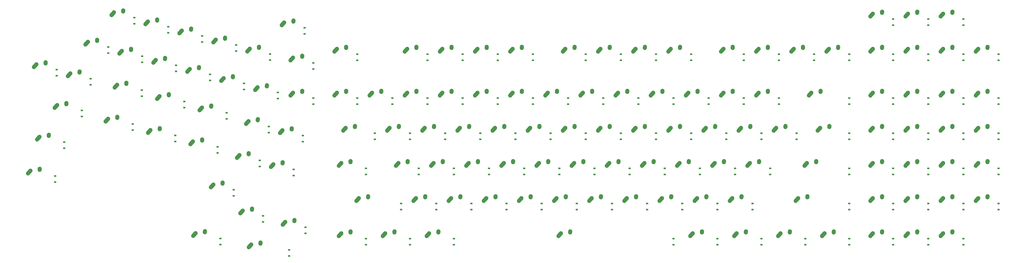
<source format=gbl>
G04 #@! TF.GenerationSoftware,KiCad,Pcbnew,(5.1.6)-1*
G04 #@! TF.CreationDate,2020-08-30T16:27:27-04:00*
G04 #@! TF.ProjectId,keyboard,6b657962-6f61-4726-942e-6b696361645f,rev?*
G04 #@! TF.SameCoordinates,Original*
G04 #@! TF.FileFunction,Copper,L2,Bot*
G04 #@! TF.FilePolarity,Positive*
%FSLAX46Y46*%
G04 Gerber Fmt 4.6, Leading zero omitted, Abs format (unit mm)*
G04 Created by KiCad (PCBNEW (5.1.6)-1) date 2020-08-30 16:27:27*
%MOMM*%
%LPD*%
G01*
G04 APERTURE LIST*
G04 #@! TA.AperFunction,ComponentPad*
%ADD10C,2.250000*%
G04 #@! TD*
G04 #@! TA.AperFunction,SMDPad,CuDef*
%ADD11R,1.200000X0.900000*%
G04 #@! TD*
G04 APERTURE END LIST*
D10*
X88819126Y-154115000D03*
G04 #@! TA.AperFunction,ComponentPad*
G36*
G01*
X86757809Y-156412345D02*
X86757809Y-156412345D01*
G75*
G02*
X86671781Y-154823683I751317J837345D01*
G01*
X87981783Y-153363683D01*
G75*
G02*
X89570445Y-153277655I837345J-751317D01*
G01*
X89570445Y-153277655D01*
G75*
G02*
X89656473Y-154866317I-751317J-837345D01*
G01*
X88346471Y-156326317D01*
G75*
G02*
X86757809Y-156412345I-837345J751317D01*
G01*
G37*
G04 #@! TD.AperFunction*
G04 #@! TA.AperFunction,ComponentPad*
G36*
G01*
X93741723Y-154737334D02*
X93741723Y-154737334D01*
G75*
G02*
X92696792Y-153537597I77403J1122334D01*
G01*
X92736792Y-152957597D01*
G75*
G02*
X93936529Y-151912666I1122334J-77403D01*
G01*
X93936529Y-151912666D01*
G75*
G02*
X94981460Y-153112403I-77403J-1122334D01*
G01*
X94941460Y-153692403D01*
G75*
G02*
X93741723Y-154737334I-1122334J77403D01*
G01*
G37*
G04 #@! TD.AperFunction*
X93859126Y-153035000D03*
D11*
X99844126Y-156965000D03*
X99844126Y-160265000D03*
D10*
X107220013Y-159045503D03*
G04 #@! TA.AperFunction,ComponentPad*
G36*
G01*
X105158696Y-161342848D02*
X105158696Y-161342848D01*
G75*
G02*
X105072668Y-159754186I751317J837345D01*
G01*
X106382670Y-158294186D01*
G75*
G02*
X107971332Y-158208158I837345J-751317D01*
G01*
X107971332Y-158208158D01*
G75*
G02*
X108057360Y-159796820I-751317J-837345D01*
G01*
X106747358Y-161256820D01*
G75*
G02*
X105158696Y-161342848I-837345J751317D01*
G01*
G37*
G04 #@! TD.AperFunction*
G04 #@! TA.AperFunction,ComponentPad*
G36*
G01*
X112142610Y-159667837D02*
X112142610Y-159667837D01*
G75*
G02*
X111097679Y-158468100I77403J1122334D01*
G01*
X111137679Y-157888100D01*
G75*
G02*
X112337416Y-156843169I1122334J-77403D01*
G01*
X112337416Y-156843169D01*
G75*
G02*
X113382347Y-158042906I-77403J-1122334D01*
G01*
X113342347Y-158622906D01*
G75*
G02*
X112142610Y-159667837I-1122334J77403D01*
G01*
G37*
G04 #@! TD.AperFunction*
X112260013Y-157965503D03*
D11*
X118245013Y-161895503D03*
X118245013Y-165195503D03*
D10*
X181091686Y-159606117D03*
G04 #@! TA.AperFunction,ComponentPad*
G36*
G01*
X179030369Y-161903462D02*
X179030369Y-161903462D01*
G75*
G02*
X178944341Y-160314800I751317J837345D01*
G01*
X180254343Y-158854800D01*
G75*
G02*
X181843005Y-158768772I837345J-751317D01*
G01*
X181843005Y-158768772D01*
G75*
G02*
X181929033Y-160357434I-751317J-837345D01*
G01*
X180619031Y-161817434D01*
G75*
G02*
X179030369Y-161903462I-837345J751317D01*
G01*
G37*
G04 #@! TD.AperFunction*
G04 #@! TA.AperFunction,ComponentPad*
G36*
G01*
X186014283Y-160228451D02*
X186014283Y-160228451D01*
G75*
G02*
X184969352Y-159028714I77403J1122334D01*
G01*
X185009352Y-158448714D01*
G75*
G02*
X186209089Y-157403783I1122334J-77403D01*
G01*
X186209089Y-157403783D01*
G75*
G02*
X187254020Y-158603520I-77403J-1122334D01*
G01*
X187214020Y-159183520D01*
G75*
G02*
X186014283Y-160228451I-1122334J77403D01*
G01*
G37*
G04 #@! TD.AperFunction*
X186131686Y-158526117D03*
D11*
X192116686Y-162456117D03*
X192116686Y-165756117D03*
D10*
X500179186Y-154843617D03*
G04 #@! TA.AperFunction,ComponentPad*
G36*
G01*
X498117869Y-157140962D02*
X498117869Y-157140962D01*
G75*
G02*
X498031841Y-155552300I751317J837345D01*
G01*
X499341843Y-154092300D01*
G75*
G02*
X500930505Y-154006272I837345J-751317D01*
G01*
X500930505Y-154006272D01*
G75*
G02*
X501016533Y-155594934I-751317J-837345D01*
G01*
X499706531Y-157054934D01*
G75*
G02*
X498117869Y-157140962I-837345J751317D01*
G01*
G37*
G04 #@! TD.AperFunction*
G04 #@! TA.AperFunction,ComponentPad*
G36*
G01*
X505101783Y-155465951D02*
X505101783Y-155465951D01*
G75*
G02*
X504056852Y-154266214I77403J1122334D01*
G01*
X504096852Y-153686214D01*
G75*
G02*
X505296589Y-152641283I1122334J-77403D01*
G01*
X505296589Y-152641283D01*
G75*
G02*
X506341520Y-153841020I-77403J-1122334D01*
G01*
X506301520Y-154421020D01*
G75*
G02*
X505101783Y-155465951I-1122334J77403D01*
G01*
G37*
G04 #@! TD.AperFunction*
X505219186Y-153763617D03*
D11*
X511204186Y-157693617D03*
X511204186Y-160993617D03*
D10*
X519229186Y-154843617D03*
G04 #@! TA.AperFunction,ComponentPad*
G36*
G01*
X517167869Y-157140962D02*
X517167869Y-157140962D01*
G75*
G02*
X517081841Y-155552300I751317J837345D01*
G01*
X518391843Y-154092300D01*
G75*
G02*
X519980505Y-154006272I837345J-751317D01*
G01*
X519980505Y-154006272D01*
G75*
G02*
X520066533Y-155594934I-751317J-837345D01*
G01*
X518756531Y-157054934D01*
G75*
G02*
X517167869Y-157140962I-837345J751317D01*
G01*
G37*
G04 #@! TD.AperFunction*
G04 #@! TA.AperFunction,ComponentPad*
G36*
G01*
X524151783Y-155465951D02*
X524151783Y-155465951D01*
G75*
G02*
X523106852Y-154266214I77403J1122334D01*
G01*
X523146852Y-153686214D01*
G75*
G02*
X524346589Y-152641283I1122334J-77403D01*
G01*
X524346589Y-152641283D01*
G75*
G02*
X525391520Y-153841020I-77403J-1122334D01*
G01*
X525351520Y-154421020D01*
G75*
G02*
X524151783Y-155465951I-1122334J77403D01*
G01*
G37*
G04 #@! TD.AperFunction*
X524269186Y-153763617D03*
D11*
X530254186Y-157693617D03*
X530254186Y-160993617D03*
D10*
X538279186Y-154843617D03*
G04 #@! TA.AperFunction,ComponentPad*
G36*
G01*
X536217869Y-157140962D02*
X536217869Y-157140962D01*
G75*
G02*
X536131841Y-155552300I751317J837345D01*
G01*
X537441843Y-154092300D01*
G75*
G02*
X539030505Y-154006272I837345J-751317D01*
G01*
X539030505Y-154006272D01*
G75*
G02*
X539116533Y-155594934I-751317J-837345D01*
G01*
X537806531Y-157054934D01*
G75*
G02*
X536217869Y-157140962I-837345J751317D01*
G01*
G37*
G04 #@! TD.AperFunction*
G04 #@! TA.AperFunction,ComponentPad*
G36*
G01*
X543201783Y-155465951D02*
X543201783Y-155465951D01*
G75*
G02*
X542156852Y-154266214I77403J1122334D01*
G01*
X542196852Y-153686214D01*
G75*
G02*
X543396589Y-152641283I1122334J-77403D01*
G01*
X543396589Y-152641283D01*
G75*
G02*
X544441520Y-153841020I-77403J-1122334D01*
G01*
X544401520Y-154421020D01*
G75*
G02*
X543201783Y-155465951I-1122334J77403D01*
G01*
G37*
G04 #@! TD.AperFunction*
X543319186Y-153763617D03*
D11*
X549304186Y-157693617D03*
X549304186Y-160993617D03*
D10*
X74688179Y-170050636D03*
G04 #@! TA.AperFunction,ComponentPad*
G36*
G01*
X72626862Y-172347981D02*
X72626862Y-172347981D01*
G75*
G02*
X72540834Y-170759319I751317J837345D01*
G01*
X73850836Y-169299319D01*
G75*
G02*
X75439498Y-169213291I837345J-751317D01*
G01*
X75439498Y-169213291D01*
G75*
G02*
X75525526Y-170801953I-751317J-837345D01*
G01*
X74215524Y-172261953D01*
G75*
G02*
X72626862Y-172347981I-837345J751317D01*
G01*
G37*
G04 #@! TD.AperFunction*
G04 #@! TA.AperFunction,ComponentPad*
G36*
G01*
X79610776Y-170672970D02*
X79610776Y-170672970D01*
G75*
G02*
X78565845Y-169473233I77403J1122334D01*
G01*
X78605845Y-168893233D01*
G75*
G02*
X79805582Y-167848302I1122334J-77403D01*
G01*
X79805582Y-167848302D01*
G75*
G02*
X80850513Y-169048039I-77403J-1122334D01*
G01*
X80810513Y-169628039D01*
G75*
G02*
X79610776Y-170672970I-1122334J77403D01*
G01*
G37*
G04 #@! TD.AperFunction*
X79728179Y-168970636D03*
D11*
X85713179Y-172900636D03*
X85713179Y-176200636D03*
D10*
X93089066Y-174981138D03*
G04 #@! TA.AperFunction,ComponentPad*
G36*
G01*
X91027749Y-177278483D02*
X91027749Y-177278483D01*
G75*
G02*
X90941721Y-175689821I751317J837345D01*
G01*
X92251723Y-174229821D01*
G75*
G02*
X93840385Y-174143793I837345J-751317D01*
G01*
X93840385Y-174143793D01*
G75*
G02*
X93926413Y-175732455I-751317J-837345D01*
G01*
X92616411Y-177192455D01*
G75*
G02*
X91027749Y-177278483I-837345J751317D01*
G01*
G37*
G04 #@! TD.AperFunction*
G04 #@! TA.AperFunction,ComponentPad*
G36*
G01*
X98011663Y-175603472D02*
X98011663Y-175603472D01*
G75*
G02*
X96966732Y-174403735I77403J1122334D01*
G01*
X97006732Y-173823735D01*
G75*
G02*
X98206469Y-172778804I1122334J-77403D01*
G01*
X98206469Y-172778804D01*
G75*
G02*
X99251400Y-173978541I-77403J-1122334D01*
G01*
X99211400Y-174558541D01*
G75*
G02*
X98011663Y-175603472I-1122334J77403D01*
G01*
G37*
G04 #@! TD.AperFunction*
X98129066Y-173901138D03*
D11*
X104114066Y-177831138D03*
X104114066Y-181131138D03*
D10*
X111489953Y-179911641D03*
G04 #@! TA.AperFunction,ComponentPad*
G36*
G01*
X109428636Y-182208986D02*
X109428636Y-182208986D01*
G75*
G02*
X109342608Y-180620324I751317J837345D01*
G01*
X110652610Y-179160324D01*
G75*
G02*
X112241272Y-179074296I837345J-751317D01*
G01*
X112241272Y-179074296D01*
G75*
G02*
X112327300Y-180662958I-751317J-837345D01*
G01*
X111017298Y-182122958D01*
G75*
G02*
X109428636Y-182208986I-837345J751317D01*
G01*
G37*
G04 #@! TD.AperFunction*
G04 #@! TA.AperFunction,ComponentPad*
G36*
G01*
X116412550Y-180533975D02*
X116412550Y-180533975D01*
G75*
G02*
X115367619Y-179334238I77403J1122334D01*
G01*
X115407619Y-178754238D01*
G75*
G02*
X116607356Y-177709307I1122334J-77403D01*
G01*
X116607356Y-177709307D01*
G75*
G02*
X117652287Y-178909044I-77403J-1122334D01*
G01*
X117612287Y-179489044D01*
G75*
G02*
X116412550Y-180533975I-1122334J77403D01*
G01*
G37*
G04 #@! TD.AperFunction*
X116529953Y-178831641D03*
D11*
X122514953Y-182761641D03*
X122514953Y-186061641D03*
D10*
X125620900Y-163976006D03*
G04 #@! TA.AperFunction,ComponentPad*
G36*
G01*
X123559583Y-166273351D02*
X123559583Y-166273351D01*
G75*
G02*
X123473555Y-164684689I751317J837345D01*
G01*
X124783557Y-163224689D01*
G75*
G02*
X126372219Y-163138661I837345J-751317D01*
G01*
X126372219Y-163138661D01*
G75*
G02*
X126458247Y-164727323I-751317J-837345D01*
G01*
X125148245Y-166187323D01*
G75*
G02*
X123559583Y-166273351I-837345J751317D01*
G01*
G37*
G04 #@! TD.AperFunction*
G04 #@! TA.AperFunction,ComponentPad*
G36*
G01*
X130543497Y-164598340D02*
X130543497Y-164598340D01*
G75*
G02*
X129498566Y-163398603I77403J1122334D01*
G01*
X129538566Y-162818603D01*
G75*
G02*
X130738303Y-161773672I1122334J-77403D01*
G01*
X130738303Y-161773672D01*
G75*
G02*
X131783234Y-162973409I-77403J-1122334D01*
G01*
X131743234Y-163553409D01*
G75*
G02*
X130543497Y-164598340I-1122334J77403D01*
G01*
G37*
G04 #@! TD.AperFunction*
X130660900Y-162896006D03*
D11*
X136645900Y-166826006D03*
X136645900Y-170126006D03*
D10*
X144021787Y-168906508D03*
G04 #@! TA.AperFunction,ComponentPad*
G36*
G01*
X141960470Y-171203853D02*
X141960470Y-171203853D01*
G75*
G02*
X141874442Y-169615191I751317J837345D01*
G01*
X143184444Y-168155191D01*
G75*
G02*
X144773106Y-168069163I837345J-751317D01*
G01*
X144773106Y-168069163D01*
G75*
G02*
X144859134Y-169657825I-751317J-837345D01*
G01*
X143549132Y-171117825D01*
G75*
G02*
X141960470Y-171203853I-837345J751317D01*
G01*
G37*
G04 #@! TD.AperFunction*
G04 #@! TA.AperFunction,ComponentPad*
G36*
G01*
X148944384Y-169528842D02*
X148944384Y-169528842D01*
G75*
G02*
X147899453Y-168329105I77403J1122334D01*
G01*
X147939453Y-167749105D01*
G75*
G02*
X149139190Y-166704174I1122334J-77403D01*
G01*
X149139190Y-166704174D01*
G75*
G02*
X150184121Y-167903911I-77403J-1122334D01*
G01*
X150144121Y-168483911D01*
G75*
G02*
X148944384Y-169528842I-1122334J77403D01*
G01*
G37*
G04 #@! TD.AperFunction*
X149061787Y-167826508D03*
D11*
X155046787Y-171756508D03*
X155046787Y-175056508D03*
D10*
X162422674Y-173837011D03*
G04 #@! TA.AperFunction,ComponentPad*
G36*
G01*
X160361357Y-176134356D02*
X160361357Y-176134356D01*
G75*
G02*
X160275329Y-174545694I751317J837345D01*
G01*
X161585331Y-173085694D01*
G75*
G02*
X163173993Y-172999666I837345J-751317D01*
G01*
X163173993Y-172999666D01*
G75*
G02*
X163260021Y-174588328I-751317J-837345D01*
G01*
X161950019Y-176048328D01*
G75*
G02*
X160361357Y-176134356I-837345J751317D01*
G01*
G37*
G04 #@! TD.AperFunction*
G04 #@! TA.AperFunction,ComponentPad*
G36*
G01*
X167345271Y-174459345D02*
X167345271Y-174459345D01*
G75*
G02*
X166300340Y-173259608I77403J1122334D01*
G01*
X166340340Y-172679608D01*
G75*
G02*
X167540077Y-171634677I1122334J-77403D01*
G01*
X167540077Y-171634677D01*
G75*
G02*
X168585008Y-172834414I-77403J-1122334D01*
G01*
X168545008Y-173414414D01*
G75*
G02*
X167345271Y-174459345I-1122334J77403D01*
G01*
G37*
G04 #@! TD.AperFunction*
X167462674Y-172757011D03*
D11*
X173447674Y-176687011D03*
X173447674Y-179987011D03*
D10*
X185854186Y-178656117D03*
G04 #@! TA.AperFunction,ComponentPad*
G36*
G01*
X183792869Y-180953462D02*
X183792869Y-180953462D01*
G75*
G02*
X183706841Y-179364800I751317J837345D01*
G01*
X185016843Y-177904800D01*
G75*
G02*
X186605505Y-177818772I837345J-751317D01*
G01*
X186605505Y-177818772D01*
G75*
G02*
X186691533Y-179407434I-751317J-837345D01*
G01*
X185381531Y-180867434D01*
G75*
G02*
X183792869Y-180953462I-837345J751317D01*
G01*
G37*
G04 #@! TD.AperFunction*
G04 #@! TA.AperFunction,ComponentPad*
G36*
G01*
X190776783Y-179278451D02*
X190776783Y-179278451D01*
G75*
G02*
X189731852Y-178078714I77403J1122334D01*
G01*
X189771852Y-177498714D01*
G75*
G02*
X190971589Y-176453783I1122334J-77403D01*
G01*
X190971589Y-176453783D01*
G75*
G02*
X192016520Y-177653520I-77403J-1122334D01*
G01*
X191976520Y-178233520D01*
G75*
G02*
X190776783Y-179278451I-1122334J77403D01*
G01*
G37*
G04 #@! TD.AperFunction*
X190894186Y-177576117D03*
D11*
X196879186Y-181506117D03*
X196879186Y-184806117D03*
D10*
X209666686Y-173893617D03*
G04 #@! TA.AperFunction,ComponentPad*
G36*
G01*
X207605369Y-176190962D02*
X207605369Y-176190962D01*
G75*
G02*
X207519341Y-174602300I751317J837345D01*
G01*
X208829343Y-173142300D01*
G75*
G02*
X210418005Y-173056272I837345J-751317D01*
G01*
X210418005Y-173056272D01*
G75*
G02*
X210504033Y-174644934I-751317J-837345D01*
G01*
X209194031Y-176104934D01*
G75*
G02*
X207605369Y-176190962I-837345J751317D01*
G01*
G37*
G04 #@! TD.AperFunction*
G04 #@! TA.AperFunction,ComponentPad*
G36*
G01*
X214589283Y-174515951D02*
X214589283Y-174515951D01*
G75*
G02*
X213544352Y-173316214I77403J1122334D01*
G01*
X213584352Y-172736214D01*
G75*
G02*
X214784089Y-171691283I1122334J-77403D01*
G01*
X214784089Y-171691283D01*
G75*
G02*
X215829020Y-172891020I-77403J-1122334D01*
G01*
X215789020Y-173471020D01*
G75*
G02*
X214589283Y-174515951I-1122334J77403D01*
G01*
G37*
G04 #@! TD.AperFunction*
X214706686Y-172813617D03*
D11*
X220691686Y-176743617D03*
X220691686Y-180043617D03*
D10*
X247766686Y-173893617D03*
G04 #@! TA.AperFunction,ComponentPad*
G36*
G01*
X245705369Y-176190962D02*
X245705369Y-176190962D01*
G75*
G02*
X245619341Y-174602300I751317J837345D01*
G01*
X246929343Y-173142300D01*
G75*
G02*
X248518005Y-173056272I837345J-751317D01*
G01*
X248518005Y-173056272D01*
G75*
G02*
X248604033Y-174644934I-751317J-837345D01*
G01*
X247294031Y-176104934D01*
G75*
G02*
X245705369Y-176190962I-837345J751317D01*
G01*
G37*
G04 #@! TD.AperFunction*
G04 #@! TA.AperFunction,ComponentPad*
G36*
G01*
X252689283Y-174515951D02*
X252689283Y-174515951D01*
G75*
G02*
X251644352Y-173316214I77403J1122334D01*
G01*
X251684352Y-172736214D01*
G75*
G02*
X252884089Y-171691283I1122334J-77403D01*
G01*
X252884089Y-171691283D01*
G75*
G02*
X253929020Y-172891020I-77403J-1122334D01*
G01*
X253889020Y-173471020D01*
G75*
G02*
X252689283Y-174515951I-1122334J77403D01*
G01*
G37*
G04 #@! TD.AperFunction*
X252806686Y-172813617D03*
D11*
X258791686Y-176743617D03*
X258791686Y-180043617D03*
D10*
X266816686Y-173893617D03*
G04 #@! TA.AperFunction,ComponentPad*
G36*
G01*
X264755369Y-176190962D02*
X264755369Y-176190962D01*
G75*
G02*
X264669341Y-174602300I751317J837345D01*
G01*
X265979343Y-173142300D01*
G75*
G02*
X267568005Y-173056272I837345J-751317D01*
G01*
X267568005Y-173056272D01*
G75*
G02*
X267654033Y-174644934I-751317J-837345D01*
G01*
X266344031Y-176104934D01*
G75*
G02*
X264755369Y-176190962I-837345J751317D01*
G01*
G37*
G04 #@! TD.AperFunction*
G04 #@! TA.AperFunction,ComponentPad*
G36*
G01*
X271739283Y-174515951D02*
X271739283Y-174515951D01*
G75*
G02*
X270694352Y-173316214I77403J1122334D01*
G01*
X270734352Y-172736214D01*
G75*
G02*
X271934089Y-171691283I1122334J-77403D01*
G01*
X271934089Y-171691283D01*
G75*
G02*
X272979020Y-172891020I-77403J-1122334D01*
G01*
X272939020Y-173471020D01*
G75*
G02*
X271739283Y-174515951I-1122334J77403D01*
G01*
G37*
G04 #@! TD.AperFunction*
X271856686Y-172813617D03*
D11*
X277841686Y-176743617D03*
X277841686Y-180043617D03*
D10*
X285866686Y-173893617D03*
G04 #@! TA.AperFunction,ComponentPad*
G36*
G01*
X283805369Y-176190962D02*
X283805369Y-176190962D01*
G75*
G02*
X283719341Y-174602300I751317J837345D01*
G01*
X285029343Y-173142300D01*
G75*
G02*
X286618005Y-173056272I837345J-751317D01*
G01*
X286618005Y-173056272D01*
G75*
G02*
X286704033Y-174644934I-751317J-837345D01*
G01*
X285394031Y-176104934D01*
G75*
G02*
X283805369Y-176190962I-837345J751317D01*
G01*
G37*
G04 #@! TD.AperFunction*
G04 #@! TA.AperFunction,ComponentPad*
G36*
G01*
X290789283Y-174515951D02*
X290789283Y-174515951D01*
G75*
G02*
X289744352Y-173316214I77403J1122334D01*
G01*
X289784352Y-172736214D01*
G75*
G02*
X290984089Y-171691283I1122334J-77403D01*
G01*
X290984089Y-171691283D01*
G75*
G02*
X292029020Y-172891020I-77403J-1122334D01*
G01*
X291989020Y-173471020D01*
G75*
G02*
X290789283Y-174515951I-1122334J77403D01*
G01*
G37*
G04 #@! TD.AperFunction*
X290906686Y-172813617D03*
D11*
X296891686Y-176743617D03*
X296891686Y-180043617D03*
D10*
X304916686Y-173893617D03*
G04 #@! TA.AperFunction,ComponentPad*
G36*
G01*
X302855369Y-176190962D02*
X302855369Y-176190962D01*
G75*
G02*
X302769341Y-174602300I751317J837345D01*
G01*
X304079343Y-173142300D01*
G75*
G02*
X305668005Y-173056272I837345J-751317D01*
G01*
X305668005Y-173056272D01*
G75*
G02*
X305754033Y-174644934I-751317J-837345D01*
G01*
X304444031Y-176104934D01*
G75*
G02*
X302855369Y-176190962I-837345J751317D01*
G01*
G37*
G04 #@! TD.AperFunction*
G04 #@! TA.AperFunction,ComponentPad*
G36*
G01*
X309839283Y-174515951D02*
X309839283Y-174515951D01*
G75*
G02*
X308794352Y-173316214I77403J1122334D01*
G01*
X308834352Y-172736214D01*
G75*
G02*
X310034089Y-171691283I1122334J-77403D01*
G01*
X310034089Y-171691283D01*
G75*
G02*
X311079020Y-172891020I-77403J-1122334D01*
G01*
X311039020Y-173471020D01*
G75*
G02*
X309839283Y-174515951I-1122334J77403D01*
G01*
G37*
G04 #@! TD.AperFunction*
X309956686Y-172813617D03*
D11*
X315941686Y-176743617D03*
X315941686Y-180043617D03*
D10*
X333491686Y-173893617D03*
G04 #@! TA.AperFunction,ComponentPad*
G36*
G01*
X331430369Y-176190962D02*
X331430369Y-176190962D01*
G75*
G02*
X331344341Y-174602300I751317J837345D01*
G01*
X332654343Y-173142300D01*
G75*
G02*
X334243005Y-173056272I837345J-751317D01*
G01*
X334243005Y-173056272D01*
G75*
G02*
X334329033Y-174644934I-751317J-837345D01*
G01*
X333019031Y-176104934D01*
G75*
G02*
X331430369Y-176190962I-837345J751317D01*
G01*
G37*
G04 #@! TD.AperFunction*
G04 #@! TA.AperFunction,ComponentPad*
G36*
G01*
X338414283Y-174515951D02*
X338414283Y-174515951D01*
G75*
G02*
X337369352Y-173316214I77403J1122334D01*
G01*
X337409352Y-172736214D01*
G75*
G02*
X338609089Y-171691283I1122334J-77403D01*
G01*
X338609089Y-171691283D01*
G75*
G02*
X339654020Y-172891020I-77403J-1122334D01*
G01*
X339614020Y-173471020D01*
G75*
G02*
X338414283Y-174515951I-1122334J77403D01*
G01*
G37*
G04 #@! TD.AperFunction*
X338531686Y-172813617D03*
D11*
X344516686Y-176743617D03*
X344516686Y-180043617D03*
D10*
X352541686Y-173893617D03*
G04 #@! TA.AperFunction,ComponentPad*
G36*
G01*
X350480369Y-176190962D02*
X350480369Y-176190962D01*
G75*
G02*
X350394341Y-174602300I751317J837345D01*
G01*
X351704343Y-173142300D01*
G75*
G02*
X353293005Y-173056272I837345J-751317D01*
G01*
X353293005Y-173056272D01*
G75*
G02*
X353379033Y-174644934I-751317J-837345D01*
G01*
X352069031Y-176104934D01*
G75*
G02*
X350480369Y-176190962I-837345J751317D01*
G01*
G37*
G04 #@! TD.AperFunction*
G04 #@! TA.AperFunction,ComponentPad*
G36*
G01*
X357464283Y-174515951D02*
X357464283Y-174515951D01*
G75*
G02*
X356419352Y-173316214I77403J1122334D01*
G01*
X356459352Y-172736214D01*
G75*
G02*
X357659089Y-171691283I1122334J-77403D01*
G01*
X357659089Y-171691283D01*
G75*
G02*
X358704020Y-172891020I-77403J-1122334D01*
G01*
X358664020Y-173471020D01*
G75*
G02*
X357464283Y-174515951I-1122334J77403D01*
G01*
G37*
G04 #@! TD.AperFunction*
X357581686Y-172813617D03*
D11*
X363566686Y-176743617D03*
X363566686Y-180043617D03*
D10*
X371591686Y-173893617D03*
G04 #@! TA.AperFunction,ComponentPad*
G36*
G01*
X369530369Y-176190962D02*
X369530369Y-176190962D01*
G75*
G02*
X369444341Y-174602300I751317J837345D01*
G01*
X370754343Y-173142300D01*
G75*
G02*
X372343005Y-173056272I837345J-751317D01*
G01*
X372343005Y-173056272D01*
G75*
G02*
X372429033Y-174644934I-751317J-837345D01*
G01*
X371119031Y-176104934D01*
G75*
G02*
X369530369Y-176190962I-837345J751317D01*
G01*
G37*
G04 #@! TD.AperFunction*
G04 #@! TA.AperFunction,ComponentPad*
G36*
G01*
X376514283Y-174515951D02*
X376514283Y-174515951D01*
G75*
G02*
X375469352Y-173316214I77403J1122334D01*
G01*
X375509352Y-172736214D01*
G75*
G02*
X376709089Y-171691283I1122334J-77403D01*
G01*
X376709089Y-171691283D01*
G75*
G02*
X377754020Y-172891020I-77403J-1122334D01*
G01*
X377714020Y-173471020D01*
G75*
G02*
X376514283Y-174515951I-1122334J77403D01*
G01*
G37*
G04 #@! TD.AperFunction*
X376631686Y-172813617D03*
D11*
X382616686Y-176743617D03*
X382616686Y-180043617D03*
D10*
X390641686Y-173893617D03*
G04 #@! TA.AperFunction,ComponentPad*
G36*
G01*
X388580369Y-176190962D02*
X388580369Y-176190962D01*
G75*
G02*
X388494341Y-174602300I751317J837345D01*
G01*
X389804343Y-173142300D01*
G75*
G02*
X391393005Y-173056272I837345J-751317D01*
G01*
X391393005Y-173056272D01*
G75*
G02*
X391479033Y-174644934I-751317J-837345D01*
G01*
X390169031Y-176104934D01*
G75*
G02*
X388580369Y-176190962I-837345J751317D01*
G01*
G37*
G04 #@! TD.AperFunction*
G04 #@! TA.AperFunction,ComponentPad*
G36*
G01*
X395564283Y-174515951D02*
X395564283Y-174515951D01*
G75*
G02*
X394519352Y-173316214I77403J1122334D01*
G01*
X394559352Y-172736214D01*
G75*
G02*
X395759089Y-171691283I1122334J-77403D01*
G01*
X395759089Y-171691283D01*
G75*
G02*
X396804020Y-172891020I-77403J-1122334D01*
G01*
X396764020Y-173471020D01*
G75*
G02*
X395564283Y-174515951I-1122334J77403D01*
G01*
G37*
G04 #@! TD.AperFunction*
X395681686Y-172813617D03*
D11*
X401666686Y-176743617D03*
X401666686Y-180043617D03*
D10*
X419216686Y-173893617D03*
G04 #@! TA.AperFunction,ComponentPad*
G36*
G01*
X417155369Y-176190962D02*
X417155369Y-176190962D01*
G75*
G02*
X417069341Y-174602300I751317J837345D01*
G01*
X418379343Y-173142300D01*
G75*
G02*
X419968005Y-173056272I837345J-751317D01*
G01*
X419968005Y-173056272D01*
G75*
G02*
X420054033Y-174644934I-751317J-837345D01*
G01*
X418744031Y-176104934D01*
G75*
G02*
X417155369Y-176190962I-837345J751317D01*
G01*
G37*
G04 #@! TD.AperFunction*
G04 #@! TA.AperFunction,ComponentPad*
G36*
G01*
X424139283Y-174515951D02*
X424139283Y-174515951D01*
G75*
G02*
X423094352Y-173316214I77403J1122334D01*
G01*
X423134352Y-172736214D01*
G75*
G02*
X424334089Y-171691283I1122334J-77403D01*
G01*
X424334089Y-171691283D01*
G75*
G02*
X425379020Y-172891020I-77403J-1122334D01*
G01*
X425339020Y-173471020D01*
G75*
G02*
X424139283Y-174515951I-1122334J77403D01*
G01*
G37*
G04 #@! TD.AperFunction*
X424256686Y-172813617D03*
D11*
X430241686Y-176743617D03*
X430241686Y-180043617D03*
D10*
X438266686Y-173893617D03*
G04 #@! TA.AperFunction,ComponentPad*
G36*
G01*
X436205369Y-176190962D02*
X436205369Y-176190962D01*
G75*
G02*
X436119341Y-174602300I751317J837345D01*
G01*
X437429343Y-173142300D01*
G75*
G02*
X439018005Y-173056272I837345J-751317D01*
G01*
X439018005Y-173056272D01*
G75*
G02*
X439104033Y-174644934I-751317J-837345D01*
G01*
X437794031Y-176104934D01*
G75*
G02*
X436205369Y-176190962I-837345J751317D01*
G01*
G37*
G04 #@! TD.AperFunction*
G04 #@! TA.AperFunction,ComponentPad*
G36*
G01*
X443189283Y-174515951D02*
X443189283Y-174515951D01*
G75*
G02*
X442144352Y-173316214I77403J1122334D01*
G01*
X442184352Y-172736214D01*
G75*
G02*
X443384089Y-171691283I1122334J-77403D01*
G01*
X443384089Y-171691283D01*
G75*
G02*
X444429020Y-172891020I-77403J-1122334D01*
G01*
X444389020Y-173471020D01*
G75*
G02*
X443189283Y-174515951I-1122334J77403D01*
G01*
G37*
G04 #@! TD.AperFunction*
X443306686Y-172813617D03*
D11*
X449291686Y-176743617D03*
X449291686Y-180043617D03*
D10*
X457316686Y-173893617D03*
G04 #@! TA.AperFunction,ComponentPad*
G36*
G01*
X455255369Y-176190962D02*
X455255369Y-176190962D01*
G75*
G02*
X455169341Y-174602300I751317J837345D01*
G01*
X456479343Y-173142300D01*
G75*
G02*
X458068005Y-173056272I837345J-751317D01*
G01*
X458068005Y-173056272D01*
G75*
G02*
X458154033Y-174644934I-751317J-837345D01*
G01*
X456844031Y-176104934D01*
G75*
G02*
X455255369Y-176190962I-837345J751317D01*
G01*
G37*
G04 #@! TD.AperFunction*
G04 #@! TA.AperFunction,ComponentPad*
G36*
G01*
X462239283Y-174515951D02*
X462239283Y-174515951D01*
G75*
G02*
X461194352Y-173316214I77403J1122334D01*
G01*
X461234352Y-172736214D01*
G75*
G02*
X462434089Y-171691283I1122334J-77403D01*
G01*
X462434089Y-171691283D01*
G75*
G02*
X463479020Y-172891020I-77403J-1122334D01*
G01*
X463439020Y-173471020D01*
G75*
G02*
X462239283Y-174515951I-1122334J77403D01*
G01*
G37*
G04 #@! TD.AperFunction*
X462356686Y-172813617D03*
D11*
X468341686Y-176743617D03*
X468341686Y-180043617D03*
D10*
X476366686Y-173893617D03*
G04 #@! TA.AperFunction,ComponentPad*
G36*
G01*
X474305369Y-176190962D02*
X474305369Y-176190962D01*
G75*
G02*
X474219341Y-174602300I751317J837345D01*
G01*
X475529343Y-173142300D01*
G75*
G02*
X477118005Y-173056272I837345J-751317D01*
G01*
X477118005Y-173056272D01*
G75*
G02*
X477204033Y-174644934I-751317J-837345D01*
G01*
X475894031Y-176104934D01*
G75*
G02*
X474305369Y-176190962I-837345J751317D01*
G01*
G37*
G04 #@! TD.AperFunction*
G04 #@! TA.AperFunction,ComponentPad*
G36*
G01*
X481289283Y-174515951D02*
X481289283Y-174515951D01*
G75*
G02*
X480244352Y-173316214I77403J1122334D01*
G01*
X480284352Y-172736214D01*
G75*
G02*
X481484089Y-171691283I1122334J-77403D01*
G01*
X481484089Y-171691283D01*
G75*
G02*
X482529020Y-172891020I-77403J-1122334D01*
G01*
X482489020Y-173471020D01*
G75*
G02*
X481289283Y-174515951I-1122334J77403D01*
G01*
G37*
G04 #@! TD.AperFunction*
X481406686Y-172813617D03*
D11*
X487391686Y-176743617D03*
X487391686Y-180043617D03*
D10*
X500179186Y-173893617D03*
G04 #@! TA.AperFunction,ComponentPad*
G36*
G01*
X498117869Y-176190962D02*
X498117869Y-176190962D01*
G75*
G02*
X498031841Y-174602300I751317J837345D01*
G01*
X499341843Y-173142300D01*
G75*
G02*
X500930505Y-173056272I837345J-751317D01*
G01*
X500930505Y-173056272D01*
G75*
G02*
X501016533Y-174644934I-751317J-837345D01*
G01*
X499706531Y-176104934D01*
G75*
G02*
X498117869Y-176190962I-837345J751317D01*
G01*
G37*
G04 #@! TD.AperFunction*
G04 #@! TA.AperFunction,ComponentPad*
G36*
G01*
X505101783Y-174515951D02*
X505101783Y-174515951D01*
G75*
G02*
X504056852Y-173316214I77403J1122334D01*
G01*
X504096852Y-172736214D01*
G75*
G02*
X505296589Y-171691283I1122334J-77403D01*
G01*
X505296589Y-171691283D01*
G75*
G02*
X506341520Y-172891020I-77403J-1122334D01*
G01*
X506301520Y-173471020D01*
G75*
G02*
X505101783Y-174515951I-1122334J77403D01*
G01*
G37*
G04 #@! TD.AperFunction*
X505219186Y-172813617D03*
D11*
X511204186Y-176743617D03*
X511204186Y-180043617D03*
D10*
X519229186Y-173893617D03*
G04 #@! TA.AperFunction,ComponentPad*
G36*
G01*
X517167869Y-176190962D02*
X517167869Y-176190962D01*
G75*
G02*
X517081841Y-174602300I751317J837345D01*
G01*
X518391843Y-173142300D01*
G75*
G02*
X519980505Y-173056272I837345J-751317D01*
G01*
X519980505Y-173056272D01*
G75*
G02*
X520066533Y-174644934I-751317J-837345D01*
G01*
X518756531Y-176104934D01*
G75*
G02*
X517167869Y-176190962I-837345J751317D01*
G01*
G37*
G04 #@! TD.AperFunction*
G04 #@! TA.AperFunction,ComponentPad*
G36*
G01*
X524151783Y-174515951D02*
X524151783Y-174515951D01*
G75*
G02*
X523106852Y-173316214I77403J1122334D01*
G01*
X523146852Y-172736214D01*
G75*
G02*
X524346589Y-171691283I1122334J-77403D01*
G01*
X524346589Y-171691283D01*
G75*
G02*
X525391520Y-172891020I-77403J-1122334D01*
G01*
X525351520Y-173471020D01*
G75*
G02*
X524151783Y-174515951I-1122334J77403D01*
G01*
G37*
G04 #@! TD.AperFunction*
X524269186Y-172813617D03*
D11*
X530254186Y-176743617D03*
X530254186Y-180043617D03*
D10*
X538279186Y-173893617D03*
G04 #@! TA.AperFunction,ComponentPad*
G36*
G01*
X536217869Y-176190962D02*
X536217869Y-176190962D01*
G75*
G02*
X536131841Y-174602300I751317J837345D01*
G01*
X537441843Y-173142300D01*
G75*
G02*
X539030505Y-173056272I837345J-751317D01*
G01*
X539030505Y-173056272D01*
G75*
G02*
X539116533Y-174644934I-751317J-837345D01*
G01*
X537806531Y-176104934D01*
G75*
G02*
X536217869Y-176190962I-837345J751317D01*
G01*
G37*
G04 #@! TD.AperFunction*
G04 #@! TA.AperFunction,ComponentPad*
G36*
G01*
X543201783Y-174515951D02*
X543201783Y-174515951D01*
G75*
G02*
X542156852Y-173316214I77403J1122334D01*
G01*
X542196852Y-172736214D01*
G75*
G02*
X543396589Y-171691283I1122334J-77403D01*
G01*
X543396589Y-171691283D01*
G75*
G02*
X544441520Y-172891020I-77403J-1122334D01*
G01*
X544401520Y-173471020D01*
G75*
G02*
X543201783Y-174515951I-1122334J77403D01*
G01*
G37*
G04 #@! TD.AperFunction*
X543319186Y-172813617D03*
D11*
X549304186Y-176743617D03*
X549304186Y-180043617D03*
D10*
X557329186Y-173893617D03*
G04 #@! TA.AperFunction,ComponentPad*
G36*
G01*
X555267869Y-176190962D02*
X555267869Y-176190962D01*
G75*
G02*
X555181841Y-174602300I751317J837345D01*
G01*
X556491843Y-173142300D01*
G75*
G02*
X558080505Y-173056272I837345J-751317D01*
G01*
X558080505Y-173056272D01*
G75*
G02*
X558166533Y-174644934I-751317J-837345D01*
G01*
X556856531Y-176104934D01*
G75*
G02*
X555267869Y-176190962I-837345J751317D01*
G01*
G37*
G04 #@! TD.AperFunction*
G04 #@! TA.AperFunction,ComponentPad*
G36*
G01*
X562251783Y-174515951D02*
X562251783Y-174515951D01*
G75*
G02*
X561206852Y-173316214I77403J1122334D01*
G01*
X561246852Y-172736214D01*
G75*
G02*
X562446589Y-171691283I1122334J-77403D01*
G01*
X562446589Y-171691283D01*
G75*
G02*
X563491520Y-172891020I-77403J-1122334D01*
G01*
X563451520Y-173471020D01*
G75*
G02*
X562251783Y-174515951I-1122334J77403D01*
G01*
G37*
G04 #@! TD.AperFunction*
X562369186Y-172813617D03*
D11*
X568354186Y-176743617D03*
X568354186Y-180043617D03*
D10*
X46756568Y-182288394D03*
G04 #@! TA.AperFunction,ComponentPad*
G36*
G01*
X44695251Y-184585739D02*
X44695251Y-184585739D01*
G75*
G02*
X44609223Y-182997077I751317J837345D01*
G01*
X45919225Y-181537077D01*
G75*
G02*
X47507887Y-181451049I837345J-751317D01*
G01*
X47507887Y-181451049D01*
G75*
G02*
X47593915Y-183039711I-751317J-837345D01*
G01*
X46283913Y-184499711D01*
G75*
G02*
X44695251Y-184585739I-837345J751317D01*
G01*
G37*
G04 #@! TD.AperFunction*
G04 #@! TA.AperFunction,ComponentPad*
G36*
G01*
X51679165Y-182910728D02*
X51679165Y-182910728D01*
G75*
G02*
X50634234Y-181710991I77403J1122334D01*
G01*
X50674234Y-181130991D01*
G75*
G02*
X51873971Y-180086060I1122334J-77403D01*
G01*
X51873971Y-180086060D01*
G75*
G02*
X52918902Y-181285797I-77403J-1122334D01*
G01*
X52878902Y-181865797D01*
G75*
G02*
X51679165Y-182910728I-1122334J77403D01*
G01*
G37*
G04 #@! TD.AperFunction*
X51796568Y-181208394D03*
D11*
X57781568Y-185138394D03*
X57781568Y-188438394D03*
D10*
X65157455Y-187218897D03*
G04 #@! TA.AperFunction,ComponentPad*
G36*
G01*
X63096138Y-189516242D02*
X63096138Y-189516242D01*
G75*
G02*
X63010110Y-187927580I751317J837345D01*
G01*
X64320112Y-186467580D01*
G75*
G02*
X65908774Y-186381552I837345J-751317D01*
G01*
X65908774Y-186381552D01*
G75*
G02*
X65994802Y-187970214I-751317J-837345D01*
G01*
X64684800Y-189430214D01*
G75*
G02*
X63096138Y-189516242I-837345J751317D01*
G01*
G37*
G04 #@! TD.AperFunction*
G04 #@! TA.AperFunction,ComponentPad*
G36*
G01*
X70080052Y-187841231D02*
X70080052Y-187841231D01*
G75*
G02*
X69035121Y-186641494I77403J1122334D01*
G01*
X69075121Y-186061494D01*
G75*
G02*
X70274858Y-185016563I1122334J-77403D01*
G01*
X70274858Y-185016563D01*
G75*
G02*
X71319789Y-186216300I-77403J-1122334D01*
G01*
X71279789Y-186796300D01*
G75*
G02*
X70080052Y-187841231I-1122334J77403D01*
G01*
G37*
G04 #@! TD.AperFunction*
X70197455Y-186138897D03*
D11*
X76182455Y-190068897D03*
X76182455Y-193368897D03*
D10*
X90539813Y-193382025D03*
G04 #@! TA.AperFunction,ComponentPad*
G36*
G01*
X88478496Y-195679370D02*
X88478496Y-195679370D01*
G75*
G02*
X88392468Y-194090708I751317J837345D01*
G01*
X89702470Y-192630708D01*
G75*
G02*
X91291132Y-192544680I837345J-751317D01*
G01*
X91291132Y-192544680D01*
G75*
G02*
X91377160Y-194133342I-751317J-837345D01*
G01*
X90067158Y-195593342D01*
G75*
G02*
X88478496Y-195679370I-837345J751317D01*
G01*
G37*
G04 #@! TD.AperFunction*
G04 #@! TA.AperFunction,ComponentPad*
G36*
G01*
X95462410Y-194004359D02*
X95462410Y-194004359D01*
G75*
G02*
X94417479Y-192804622I77403J1122334D01*
G01*
X94457479Y-192224622D01*
G75*
G02*
X95657216Y-191179691I1122334J-77403D01*
G01*
X95657216Y-191179691D01*
G75*
G02*
X96702147Y-192379428I-77403J-1122334D01*
G01*
X96662147Y-192959428D01*
G75*
G02*
X95462410Y-194004359I-1122334J77403D01*
G01*
G37*
G04 #@! TD.AperFunction*
X95579813Y-192302025D03*
D11*
X103946063Y-196232025D03*
X103946063Y-199532025D03*
D10*
X129890840Y-184842144D03*
G04 #@! TA.AperFunction,ComponentPad*
G36*
G01*
X127829523Y-187139489D02*
X127829523Y-187139489D01*
G75*
G02*
X127743495Y-185550827I751317J837345D01*
G01*
X129053497Y-184090827D01*
G75*
G02*
X130642159Y-184004799I837345J-751317D01*
G01*
X130642159Y-184004799D01*
G75*
G02*
X130728187Y-185593461I-751317J-837345D01*
G01*
X129418185Y-187053461D01*
G75*
G02*
X127829523Y-187139489I-837345J751317D01*
G01*
G37*
G04 #@! TD.AperFunction*
G04 #@! TA.AperFunction,ComponentPad*
G36*
G01*
X134813437Y-185464478D02*
X134813437Y-185464478D01*
G75*
G02*
X133768506Y-184264741I77403J1122334D01*
G01*
X133808506Y-183684741D01*
G75*
G02*
X135008243Y-182639810I1122334J-77403D01*
G01*
X135008243Y-182639810D01*
G75*
G02*
X136053174Y-183839547I-77403J-1122334D01*
G01*
X136013174Y-184419547D01*
G75*
G02*
X134813437Y-185464478I-1122334J77403D01*
G01*
G37*
G04 #@! TD.AperFunction*
X134930840Y-183762144D03*
D11*
X140915840Y-187692144D03*
X140915840Y-190992144D03*
D10*
X148291727Y-189772647D03*
G04 #@! TA.AperFunction,ComponentPad*
G36*
G01*
X146230410Y-192069992D02*
X146230410Y-192069992D01*
G75*
G02*
X146144382Y-190481330I751317J837345D01*
G01*
X147454384Y-189021330D01*
G75*
G02*
X149043046Y-188935302I837345J-751317D01*
G01*
X149043046Y-188935302D01*
G75*
G02*
X149129074Y-190523964I-751317J-837345D01*
G01*
X147819072Y-191983964D01*
G75*
G02*
X146230410Y-192069992I-837345J751317D01*
G01*
G37*
G04 #@! TD.AperFunction*
G04 #@! TA.AperFunction,ComponentPad*
G36*
G01*
X153214324Y-190394981D02*
X153214324Y-190394981D01*
G75*
G02*
X152169393Y-189195244I77403J1122334D01*
G01*
X152209393Y-188615244D01*
G75*
G02*
X153409130Y-187570313I1122334J-77403D01*
G01*
X153409130Y-187570313D01*
G75*
G02*
X154454061Y-188770050I-77403J-1122334D01*
G01*
X154414061Y-189350050D01*
G75*
G02*
X153214324Y-190394981I-1122334J77403D01*
G01*
G37*
G04 #@! TD.AperFunction*
X153331727Y-188692647D03*
D11*
X159316727Y-192622647D03*
X159316727Y-195922647D03*
D10*
X166692614Y-194703150D03*
G04 #@! TA.AperFunction,ComponentPad*
G36*
G01*
X164631297Y-197000495D02*
X164631297Y-197000495D01*
G75*
G02*
X164545269Y-195411833I751317J837345D01*
G01*
X165855271Y-193951833D01*
G75*
G02*
X167443933Y-193865805I837345J-751317D01*
G01*
X167443933Y-193865805D01*
G75*
G02*
X167529961Y-195454467I-751317J-837345D01*
G01*
X166219959Y-196914467D01*
G75*
G02*
X164631297Y-197000495I-837345J751317D01*
G01*
G37*
G04 #@! TD.AperFunction*
G04 #@! TA.AperFunction,ComponentPad*
G36*
G01*
X171615211Y-195325484D02*
X171615211Y-195325484D01*
G75*
G02*
X170570280Y-194125747I77403J1122334D01*
G01*
X170610280Y-193545747D01*
G75*
G02*
X171810017Y-192500816I1122334J-77403D01*
G01*
X171810017Y-192500816D01*
G75*
G02*
X172854948Y-193700553I-77403J-1122334D01*
G01*
X172814948Y-194280553D01*
G75*
G02*
X171615211Y-195325484I-1122334J77403D01*
G01*
G37*
G04 #@! TD.AperFunction*
X171732614Y-193623150D03*
D11*
X177717614Y-197553150D03*
X177717614Y-200853150D03*
D10*
X185854186Y-197706117D03*
G04 #@! TA.AperFunction,ComponentPad*
G36*
G01*
X183792869Y-200003462D02*
X183792869Y-200003462D01*
G75*
G02*
X183706841Y-198414800I751317J837345D01*
G01*
X185016843Y-196954800D01*
G75*
G02*
X186605505Y-196868772I837345J-751317D01*
G01*
X186605505Y-196868772D01*
G75*
G02*
X186691533Y-198457434I-751317J-837345D01*
G01*
X185381531Y-199917434D01*
G75*
G02*
X183792869Y-200003462I-837345J751317D01*
G01*
G37*
G04 #@! TD.AperFunction*
G04 #@! TA.AperFunction,ComponentPad*
G36*
G01*
X190776783Y-198328451D02*
X190776783Y-198328451D01*
G75*
G02*
X189731852Y-197128714I77403J1122334D01*
G01*
X189771852Y-196548714D01*
G75*
G02*
X190971589Y-195503783I1122334J-77403D01*
G01*
X190971589Y-195503783D01*
G75*
G02*
X192016520Y-196703520I-77403J-1122334D01*
G01*
X191976520Y-197283520D01*
G75*
G02*
X190776783Y-198328451I-1122334J77403D01*
G01*
G37*
G04 #@! TD.AperFunction*
X190894186Y-196626117D03*
D11*
X196879186Y-200556117D03*
X196879186Y-203856117D03*
D10*
X209666686Y-197706117D03*
G04 #@! TA.AperFunction,ComponentPad*
G36*
G01*
X207605369Y-200003462D02*
X207605369Y-200003462D01*
G75*
G02*
X207519341Y-198414800I751317J837345D01*
G01*
X208829343Y-196954800D01*
G75*
G02*
X210418005Y-196868772I837345J-751317D01*
G01*
X210418005Y-196868772D01*
G75*
G02*
X210504033Y-198457434I-751317J-837345D01*
G01*
X209194031Y-199917434D01*
G75*
G02*
X207605369Y-200003462I-837345J751317D01*
G01*
G37*
G04 #@! TD.AperFunction*
G04 #@! TA.AperFunction,ComponentPad*
G36*
G01*
X214589283Y-198328451D02*
X214589283Y-198328451D01*
G75*
G02*
X213544352Y-197128714I77403J1122334D01*
G01*
X213584352Y-196548714D01*
G75*
G02*
X214784089Y-195503783I1122334J-77403D01*
G01*
X214784089Y-195503783D01*
G75*
G02*
X215829020Y-196703520I-77403J-1122334D01*
G01*
X215789020Y-197283520D01*
G75*
G02*
X214589283Y-198328451I-1122334J77403D01*
G01*
G37*
G04 #@! TD.AperFunction*
X214706686Y-196626117D03*
D11*
X220691686Y-200556117D03*
X220691686Y-203856117D03*
D10*
X228716686Y-197706117D03*
G04 #@! TA.AperFunction,ComponentPad*
G36*
G01*
X226655369Y-200003462D02*
X226655369Y-200003462D01*
G75*
G02*
X226569341Y-198414800I751317J837345D01*
G01*
X227879343Y-196954800D01*
G75*
G02*
X229468005Y-196868772I837345J-751317D01*
G01*
X229468005Y-196868772D01*
G75*
G02*
X229554033Y-198457434I-751317J-837345D01*
G01*
X228244031Y-199917434D01*
G75*
G02*
X226655369Y-200003462I-837345J751317D01*
G01*
G37*
G04 #@! TD.AperFunction*
G04 #@! TA.AperFunction,ComponentPad*
G36*
G01*
X233639283Y-198328451D02*
X233639283Y-198328451D01*
G75*
G02*
X232594352Y-197128714I77403J1122334D01*
G01*
X232634352Y-196548714D01*
G75*
G02*
X233834089Y-195503783I1122334J-77403D01*
G01*
X233834089Y-195503783D01*
G75*
G02*
X234879020Y-196703520I-77403J-1122334D01*
G01*
X234839020Y-197283520D01*
G75*
G02*
X233639283Y-198328451I-1122334J77403D01*
G01*
G37*
G04 #@! TD.AperFunction*
X233756686Y-196626117D03*
D11*
X239741686Y-200556117D03*
X239741686Y-203856117D03*
D10*
X247766686Y-197706117D03*
G04 #@! TA.AperFunction,ComponentPad*
G36*
G01*
X245705369Y-200003462D02*
X245705369Y-200003462D01*
G75*
G02*
X245619341Y-198414800I751317J837345D01*
G01*
X246929343Y-196954800D01*
G75*
G02*
X248518005Y-196868772I837345J-751317D01*
G01*
X248518005Y-196868772D01*
G75*
G02*
X248604033Y-198457434I-751317J-837345D01*
G01*
X247294031Y-199917434D01*
G75*
G02*
X245705369Y-200003462I-837345J751317D01*
G01*
G37*
G04 #@! TD.AperFunction*
G04 #@! TA.AperFunction,ComponentPad*
G36*
G01*
X252689283Y-198328451D02*
X252689283Y-198328451D01*
G75*
G02*
X251644352Y-197128714I77403J1122334D01*
G01*
X251684352Y-196548714D01*
G75*
G02*
X252884089Y-195503783I1122334J-77403D01*
G01*
X252884089Y-195503783D01*
G75*
G02*
X253929020Y-196703520I-77403J-1122334D01*
G01*
X253889020Y-197283520D01*
G75*
G02*
X252689283Y-198328451I-1122334J77403D01*
G01*
G37*
G04 #@! TD.AperFunction*
X252806686Y-196626117D03*
D11*
X258791686Y-200556117D03*
X258791686Y-203856117D03*
D10*
X266816686Y-197706117D03*
G04 #@! TA.AperFunction,ComponentPad*
G36*
G01*
X264755369Y-200003462D02*
X264755369Y-200003462D01*
G75*
G02*
X264669341Y-198414800I751317J837345D01*
G01*
X265979343Y-196954800D01*
G75*
G02*
X267568005Y-196868772I837345J-751317D01*
G01*
X267568005Y-196868772D01*
G75*
G02*
X267654033Y-198457434I-751317J-837345D01*
G01*
X266344031Y-199917434D01*
G75*
G02*
X264755369Y-200003462I-837345J751317D01*
G01*
G37*
G04 #@! TD.AperFunction*
G04 #@! TA.AperFunction,ComponentPad*
G36*
G01*
X271739283Y-198328451D02*
X271739283Y-198328451D01*
G75*
G02*
X270694352Y-197128714I77403J1122334D01*
G01*
X270734352Y-196548714D01*
G75*
G02*
X271934089Y-195503783I1122334J-77403D01*
G01*
X271934089Y-195503783D01*
G75*
G02*
X272979020Y-196703520I-77403J-1122334D01*
G01*
X272939020Y-197283520D01*
G75*
G02*
X271739283Y-198328451I-1122334J77403D01*
G01*
G37*
G04 #@! TD.AperFunction*
X271856686Y-196626117D03*
D11*
X277841686Y-200556117D03*
X277841686Y-203856117D03*
D10*
X285866686Y-197706117D03*
G04 #@! TA.AperFunction,ComponentPad*
G36*
G01*
X283805369Y-200003462D02*
X283805369Y-200003462D01*
G75*
G02*
X283719341Y-198414800I751317J837345D01*
G01*
X285029343Y-196954800D01*
G75*
G02*
X286618005Y-196868772I837345J-751317D01*
G01*
X286618005Y-196868772D01*
G75*
G02*
X286704033Y-198457434I-751317J-837345D01*
G01*
X285394031Y-199917434D01*
G75*
G02*
X283805369Y-200003462I-837345J751317D01*
G01*
G37*
G04 #@! TD.AperFunction*
G04 #@! TA.AperFunction,ComponentPad*
G36*
G01*
X290789283Y-198328451D02*
X290789283Y-198328451D01*
G75*
G02*
X289744352Y-197128714I77403J1122334D01*
G01*
X289784352Y-196548714D01*
G75*
G02*
X290984089Y-195503783I1122334J-77403D01*
G01*
X290984089Y-195503783D01*
G75*
G02*
X292029020Y-196703520I-77403J-1122334D01*
G01*
X291989020Y-197283520D01*
G75*
G02*
X290789283Y-198328451I-1122334J77403D01*
G01*
G37*
G04 #@! TD.AperFunction*
X290906686Y-196626117D03*
D11*
X296891686Y-200556117D03*
X296891686Y-203856117D03*
D10*
X304916686Y-197706117D03*
G04 #@! TA.AperFunction,ComponentPad*
G36*
G01*
X302855369Y-200003462D02*
X302855369Y-200003462D01*
G75*
G02*
X302769341Y-198414800I751317J837345D01*
G01*
X304079343Y-196954800D01*
G75*
G02*
X305668005Y-196868772I837345J-751317D01*
G01*
X305668005Y-196868772D01*
G75*
G02*
X305754033Y-198457434I-751317J-837345D01*
G01*
X304444031Y-199917434D01*
G75*
G02*
X302855369Y-200003462I-837345J751317D01*
G01*
G37*
G04 #@! TD.AperFunction*
G04 #@! TA.AperFunction,ComponentPad*
G36*
G01*
X309839283Y-198328451D02*
X309839283Y-198328451D01*
G75*
G02*
X308794352Y-197128714I77403J1122334D01*
G01*
X308834352Y-196548714D01*
G75*
G02*
X310034089Y-195503783I1122334J-77403D01*
G01*
X310034089Y-195503783D01*
G75*
G02*
X311079020Y-196703520I-77403J-1122334D01*
G01*
X311039020Y-197283520D01*
G75*
G02*
X309839283Y-198328451I-1122334J77403D01*
G01*
G37*
G04 #@! TD.AperFunction*
X309956686Y-196626117D03*
D11*
X315941686Y-200556117D03*
X315941686Y-203856117D03*
D10*
X323966686Y-197706117D03*
G04 #@! TA.AperFunction,ComponentPad*
G36*
G01*
X321905369Y-200003462D02*
X321905369Y-200003462D01*
G75*
G02*
X321819341Y-198414800I751317J837345D01*
G01*
X323129343Y-196954800D01*
G75*
G02*
X324718005Y-196868772I837345J-751317D01*
G01*
X324718005Y-196868772D01*
G75*
G02*
X324804033Y-198457434I-751317J-837345D01*
G01*
X323494031Y-199917434D01*
G75*
G02*
X321905369Y-200003462I-837345J751317D01*
G01*
G37*
G04 #@! TD.AperFunction*
G04 #@! TA.AperFunction,ComponentPad*
G36*
G01*
X328889283Y-198328451D02*
X328889283Y-198328451D01*
G75*
G02*
X327844352Y-197128714I77403J1122334D01*
G01*
X327884352Y-196548714D01*
G75*
G02*
X329084089Y-195503783I1122334J-77403D01*
G01*
X329084089Y-195503783D01*
G75*
G02*
X330129020Y-196703520I-77403J-1122334D01*
G01*
X330089020Y-197283520D01*
G75*
G02*
X328889283Y-198328451I-1122334J77403D01*
G01*
G37*
G04 #@! TD.AperFunction*
X329006686Y-196626117D03*
D11*
X334991686Y-200556117D03*
X334991686Y-203856117D03*
D10*
X343016686Y-197706117D03*
G04 #@! TA.AperFunction,ComponentPad*
G36*
G01*
X340955369Y-200003462D02*
X340955369Y-200003462D01*
G75*
G02*
X340869341Y-198414800I751317J837345D01*
G01*
X342179343Y-196954800D01*
G75*
G02*
X343768005Y-196868772I837345J-751317D01*
G01*
X343768005Y-196868772D01*
G75*
G02*
X343854033Y-198457434I-751317J-837345D01*
G01*
X342544031Y-199917434D01*
G75*
G02*
X340955369Y-200003462I-837345J751317D01*
G01*
G37*
G04 #@! TD.AperFunction*
G04 #@! TA.AperFunction,ComponentPad*
G36*
G01*
X347939283Y-198328451D02*
X347939283Y-198328451D01*
G75*
G02*
X346894352Y-197128714I77403J1122334D01*
G01*
X346934352Y-196548714D01*
G75*
G02*
X348134089Y-195503783I1122334J-77403D01*
G01*
X348134089Y-195503783D01*
G75*
G02*
X349179020Y-196703520I-77403J-1122334D01*
G01*
X349139020Y-197283520D01*
G75*
G02*
X347939283Y-198328451I-1122334J77403D01*
G01*
G37*
G04 #@! TD.AperFunction*
X348056686Y-196626117D03*
D11*
X354041686Y-200556117D03*
X354041686Y-203856117D03*
D10*
X362066686Y-197706117D03*
G04 #@! TA.AperFunction,ComponentPad*
G36*
G01*
X360005369Y-200003462D02*
X360005369Y-200003462D01*
G75*
G02*
X359919341Y-198414800I751317J837345D01*
G01*
X361229343Y-196954800D01*
G75*
G02*
X362818005Y-196868772I837345J-751317D01*
G01*
X362818005Y-196868772D01*
G75*
G02*
X362904033Y-198457434I-751317J-837345D01*
G01*
X361594031Y-199917434D01*
G75*
G02*
X360005369Y-200003462I-837345J751317D01*
G01*
G37*
G04 #@! TD.AperFunction*
G04 #@! TA.AperFunction,ComponentPad*
G36*
G01*
X366989283Y-198328451D02*
X366989283Y-198328451D01*
G75*
G02*
X365944352Y-197128714I77403J1122334D01*
G01*
X365984352Y-196548714D01*
G75*
G02*
X367184089Y-195503783I1122334J-77403D01*
G01*
X367184089Y-195503783D01*
G75*
G02*
X368229020Y-196703520I-77403J-1122334D01*
G01*
X368189020Y-197283520D01*
G75*
G02*
X366989283Y-198328451I-1122334J77403D01*
G01*
G37*
G04 #@! TD.AperFunction*
X367106686Y-196626117D03*
D11*
X373091686Y-200556117D03*
X373091686Y-203856117D03*
D10*
X381116686Y-197706117D03*
G04 #@! TA.AperFunction,ComponentPad*
G36*
G01*
X379055369Y-200003462D02*
X379055369Y-200003462D01*
G75*
G02*
X378969341Y-198414800I751317J837345D01*
G01*
X380279343Y-196954800D01*
G75*
G02*
X381868005Y-196868772I837345J-751317D01*
G01*
X381868005Y-196868772D01*
G75*
G02*
X381954033Y-198457434I-751317J-837345D01*
G01*
X380644031Y-199917434D01*
G75*
G02*
X379055369Y-200003462I-837345J751317D01*
G01*
G37*
G04 #@! TD.AperFunction*
G04 #@! TA.AperFunction,ComponentPad*
G36*
G01*
X386039283Y-198328451D02*
X386039283Y-198328451D01*
G75*
G02*
X384994352Y-197128714I77403J1122334D01*
G01*
X385034352Y-196548714D01*
G75*
G02*
X386234089Y-195503783I1122334J-77403D01*
G01*
X386234089Y-195503783D01*
G75*
G02*
X387279020Y-196703520I-77403J-1122334D01*
G01*
X387239020Y-197283520D01*
G75*
G02*
X386039283Y-198328451I-1122334J77403D01*
G01*
G37*
G04 #@! TD.AperFunction*
X386156686Y-196626117D03*
D11*
X392141686Y-200556117D03*
X392141686Y-203856117D03*
D10*
X400166686Y-197706117D03*
G04 #@! TA.AperFunction,ComponentPad*
G36*
G01*
X398105369Y-200003462D02*
X398105369Y-200003462D01*
G75*
G02*
X398019341Y-198414800I751317J837345D01*
G01*
X399329343Y-196954800D01*
G75*
G02*
X400918005Y-196868772I837345J-751317D01*
G01*
X400918005Y-196868772D01*
G75*
G02*
X401004033Y-198457434I-751317J-837345D01*
G01*
X399694031Y-199917434D01*
G75*
G02*
X398105369Y-200003462I-837345J751317D01*
G01*
G37*
G04 #@! TD.AperFunction*
G04 #@! TA.AperFunction,ComponentPad*
G36*
G01*
X405089283Y-198328451D02*
X405089283Y-198328451D01*
G75*
G02*
X404044352Y-197128714I77403J1122334D01*
G01*
X404084352Y-196548714D01*
G75*
G02*
X405284089Y-195503783I1122334J-77403D01*
G01*
X405284089Y-195503783D01*
G75*
G02*
X406329020Y-196703520I-77403J-1122334D01*
G01*
X406289020Y-197283520D01*
G75*
G02*
X405089283Y-198328451I-1122334J77403D01*
G01*
G37*
G04 #@! TD.AperFunction*
X405206686Y-196626117D03*
D11*
X411191686Y-200556117D03*
X411191686Y-203856117D03*
D10*
X419216686Y-197706117D03*
G04 #@! TA.AperFunction,ComponentPad*
G36*
G01*
X417155369Y-200003462D02*
X417155369Y-200003462D01*
G75*
G02*
X417069341Y-198414800I751317J837345D01*
G01*
X418379343Y-196954800D01*
G75*
G02*
X419968005Y-196868772I837345J-751317D01*
G01*
X419968005Y-196868772D01*
G75*
G02*
X420054033Y-198457434I-751317J-837345D01*
G01*
X418744031Y-199917434D01*
G75*
G02*
X417155369Y-200003462I-837345J751317D01*
G01*
G37*
G04 #@! TD.AperFunction*
G04 #@! TA.AperFunction,ComponentPad*
G36*
G01*
X424139283Y-198328451D02*
X424139283Y-198328451D01*
G75*
G02*
X423094352Y-197128714I77403J1122334D01*
G01*
X423134352Y-196548714D01*
G75*
G02*
X424334089Y-195503783I1122334J-77403D01*
G01*
X424334089Y-195503783D01*
G75*
G02*
X425379020Y-196703520I-77403J-1122334D01*
G01*
X425339020Y-197283520D01*
G75*
G02*
X424139283Y-198328451I-1122334J77403D01*
G01*
G37*
G04 #@! TD.AperFunction*
X424256686Y-196626117D03*
D11*
X430241686Y-200556117D03*
X430241686Y-203856117D03*
D10*
X438266686Y-197706117D03*
G04 #@! TA.AperFunction,ComponentPad*
G36*
G01*
X436205369Y-200003462D02*
X436205369Y-200003462D01*
G75*
G02*
X436119341Y-198414800I751317J837345D01*
G01*
X437429343Y-196954800D01*
G75*
G02*
X439018005Y-196868772I837345J-751317D01*
G01*
X439018005Y-196868772D01*
G75*
G02*
X439104033Y-198457434I-751317J-837345D01*
G01*
X437794031Y-199917434D01*
G75*
G02*
X436205369Y-200003462I-837345J751317D01*
G01*
G37*
G04 #@! TD.AperFunction*
G04 #@! TA.AperFunction,ComponentPad*
G36*
G01*
X443189283Y-198328451D02*
X443189283Y-198328451D01*
G75*
G02*
X442144352Y-197128714I77403J1122334D01*
G01*
X442184352Y-196548714D01*
G75*
G02*
X443384089Y-195503783I1122334J-77403D01*
G01*
X443384089Y-195503783D01*
G75*
G02*
X444429020Y-196703520I-77403J-1122334D01*
G01*
X444389020Y-197283520D01*
G75*
G02*
X443189283Y-198328451I-1122334J77403D01*
G01*
G37*
G04 #@! TD.AperFunction*
X443306686Y-196626117D03*
D11*
X449291686Y-200556117D03*
X449291686Y-203856117D03*
D10*
X466841686Y-197706117D03*
G04 #@! TA.AperFunction,ComponentPad*
G36*
G01*
X464780369Y-200003462D02*
X464780369Y-200003462D01*
G75*
G02*
X464694341Y-198414800I751317J837345D01*
G01*
X466004343Y-196954800D01*
G75*
G02*
X467593005Y-196868772I837345J-751317D01*
G01*
X467593005Y-196868772D01*
G75*
G02*
X467679033Y-198457434I-751317J-837345D01*
G01*
X466369031Y-199917434D01*
G75*
G02*
X464780369Y-200003462I-837345J751317D01*
G01*
G37*
G04 #@! TD.AperFunction*
G04 #@! TA.AperFunction,ComponentPad*
G36*
G01*
X471764283Y-198328451D02*
X471764283Y-198328451D01*
G75*
G02*
X470719352Y-197128714I77403J1122334D01*
G01*
X470759352Y-196548714D01*
G75*
G02*
X471959089Y-195503783I1122334J-77403D01*
G01*
X471959089Y-195503783D01*
G75*
G02*
X473004020Y-196703520I-77403J-1122334D01*
G01*
X472964020Y-197283520D01*
G75*
G02*
X471764283Y-198328451I-1122334J77403D01*
G01*
G37*
G04 #@! TD.AperFunction*
X471881686Y-196626117D03*
D11*
X487391686Y-200556117D03*
X487391686Y-203856117D03*
D10*
X500179186Y-197706117D03*
G04 #@! TA.AperFunction,ComponentPad*
G36*
G01*
X498117869Y-200003462D02*
X498117869Y-200003462D01*
G75*
G02*
X498031841Y-198414800I751317J837345D01*
G01*
X499341843Y-196954800D01*
G75*
G02*
X500930505Y-196868772I837345J-751317D01*
G01*
X500930505Y-196868772D01*
G75*
G02*
X501016533Y-198457434I-751317J-837345D01*
G01*
X499706531Y-199917434D01*
G75*
G02*
X498117869Y-200003462I-837345J751317D01*
G01*
G37*
G04 #@! TD.AperFunction*
G04 #@! TA.AperFunction,ComponentPad*
G36*
G01*
X505101783Y-198328451D02*
X505101783Y-198328451D01*
G75*
G02*
X504056852Y-197128714I77403J1122334D01*
G01*
X504096852Y-196548714D01*
G75*
G02*
X505296589Y-195503783I1122334J-77403D01*
G01*
X505296589Y-195503783D01*
G75*
G02*
X506341520Y-196703520I-77403J-1122334D01*
G01*
X506301520Y-197283520D01*
G75*
G02*
X505101783Y-198328451I-1122334J77403D01*
G01*
G37*
G04 #@! TD.AperFunction*
X505219186Y-196626117D03*
D11*
X511204186Y-200556117D03*
X511204186Y-203856117D03*
D10*
X519229186Y-197706117D03*
G04 #@! TA.AperFunction,ComponentPad*
G36*
G01*
X517167869Y-200003462D02*
X517167869Y-200003462D01*
G75*
G02*
X517081841Y-198414800I751317J837345D01*
G01*
X518391843Y-196954800D01*
G75*
G02*
X519980505Y-196868772I837345J-751317D01*
G01*
X519980505Y-196868772D01*
G75*
G02*
X520066533Y-198457434I-751317J-837345D01*
G01*
X518756531Y-199917434D01*
G75*
G02*
X517167869Y-200003462I-837345J751317D01*
G01*
G37*
G04 #@! TD.AperFunction*
G04 #@! TA.AperFunction,ComponentPad*
G36*
G01*
X524151783Y-198328451D02*
X524151783Y-198328451D01*
G75*
G02*
X523106852Y-197128714I77403J1122334D01*
G01*
X523146852Y-196548714D01*
G75*
G02*
X524346589Y-195503783I1122334J-77403D01*
G01*
X524346589Y-195503783D01*
G75*
G02*
X525391520Y-196703520I-77403J-1122334D01*
G01*
X525351520Y-197283520D01*
G75*
G02*
X524151783Y-198328451I-1122334J77403D01*
G01*
G37*
G04 #@! TD.AperFunction*
X524269186Y-196626117D03*
D11*
X530254186Y-200556117D03*
X530254186Y-203856117D03*
D10*
X538279186Y-197706117D03*
G04 #@! TA.AperFunction,ComponentPad*
G36*
G01*
X536217869Y-200003462D02*
X536217869Y-200003462D01*
G75*
G02*
X536131841Y-198414800I751317J837345D01*
G01*
X537441843Y-196954800D01*
G75*
G02*
X539030505Y-196868772I837345J-751317D01*
G01*
X539030505Y-196868772D01*
G75*
G02*
X539116533Y-198457434I-751317J-837345D01*
G01*
X537806531Y-199917434D01*
G75*
G02*
X536217869Y-200003462I-837345J751317D01*
G01*
G37*
G04 #@! TD.AperFunction*
G04 #@! TA.AperFunction,ComponentPad*
G36*
G01*
X543201783Y-198328451D02*
X543201783Y-198328451D01*
G75*
G02*
X542156852Y-197128714I77403J1122334D01*
G01*
X542196852Y-196548714D01*
G75*
G02*
X543396589Y-195503783I1122334J-77403D01*
G01*
X543396589Y-195503783D01*
G75*
G02*
X544441520Y-196703520I-77403J-1122334D01*
G01*
X544401520Y-197283520D01*
G75*
G02*
X543201783Y-198328451I-1122334J77403D01*
G01*
G37*
G04 #@! TD.AperFunction*
X543319186Y-196626117D03*
D11*
X549304186Y-200556117D03*
X549304186Y-203856117D03*
D10*
X557329186Y-197706117D03*
G04 #@! TA.AperFunction,ComponentPad*
G36*
G01*
X555267869Y-200003462D02*
X555267869Y-200003462D01*
G75*
G02*
X555181841Y-198414800I751317J837345D01*
G01*
X556491843Y-196954800D01*
G75*
G02*
X558080505Y-196868772I837345J-751317D01*
G01*
X558080505Y-196868772D01*
G75*
G02*
X558166533Y-198457434I-751317J-837345D01*
G01*
X556856531Y-199917434D01*
G75*
G02*
X555267869Y-200003462I-837345J751317D01*
G01*
G37*
G04 #@! TD.AperFunction*
G04 #@! TA.AperFunction,ComponentPad*
G36*
G01*
X562251783Y-198328451D02*
X562251783Y-198328451D01*
G75*
G02*
X561206852Y-197128714I77403J1122334D01*
G01*
X561246852Y-196548714D01*
G75*
G02*
X562446589Y-195503783I1122334J-77403D01*
G01*
X562446589Y-195503783D01*
G75*
G02*
X563491520Y-196703520I-77403J-1122334D01*
G01*
X563451520Y-197283520D01*
G75*
G02*
X562251783Y-198328451I-1122334J77403D01*
G01*
G37*
G04 #@! TD.AperFunction*
X562369186Y-196626117D03*
D11*
X568354186Y-200556117D03*
X568354186Y-203856117D03*
D10*
X58007980Y-204387158D03*
G04 #@! TA.AperFunction,ComponentPad*
G36*
G01*
X55946663Y-206684503D02*
X55946663Y-206684503D01*
G75*
G02*
X55860635Y-205095841I751317J837345D01*
G01*
X57170637Y-203635841D01*
G75*
G02*
X58759299Y-203549813I837345J-751317D01*
G01*
X58759299Y-203549813D01*
G75*
G02*
X58845327Y-205138475I-751317J-837345D01*
G01*
X57535325Y-206598475D01*
G75*
G02*
X55946663Y-206684503I-837345J751317D01*
G01*
G37*
G04 #@! TD.AperFunction*
G04 #@! TA.AperFunction,ComponentPad*
G36*
G01*
X62930577Y-205009492D02*
X62930577Y-205009492D01*
G75*
G02*
X61885646Y-203809755I77403J1122334D01*
G01*
X61925646Y-203229755D01*
G75*
G02*
X63125383Y-202184824I1122334J-77403D01*
G01*
X63125383Y-202184824D01*
G75*
G02*
X64170314Y-203384561I-77403J-1122334D01*
G01*
X64130314Y-203964561D01*
G75*
G02*
X62930577Y-205009492I-1122334J77403D01*
G01*
G37*
G04 #@! TD.AperFunction*
X63047980Y-203307158D03*
D11*
X71414230Y-207237158D03*
X71414230Y-210537158D03*
D10*
X85609311Y-211782912D03*
G04 #@! TA.AperFunction,ComponentPad*
G36*
G01*
X83547994Y-214080257D02*
X83547994Y-214080257D01*
G75*
G02*
X83461966Y-212491595I751317J837345D01*
G01*
X84771968Y-211031595D01*
G75*
G02*
X86360630Y-210945567I837345J-751317D01*
G01*
X86360630Y-210945567D01*
G75*
G02*
X86446658Y-212534229I-751317J-837345D01*
G01*
X85136656Y-213994229D01*
G75*
G02*
X83547994Y-214080257I-837345J751317D01*
G01*
G37*
G04 #@! TD.AperFunction*
G04 #@! TA.AperFunction,ComponentPad*
G36*
G01*
X90531908Y-212405246D02*
X90531908Y-212405246D01*
G75*
G02*
X89486977Y-211205509I77403J1122334D01*
G01*
X89526977Y-210625509D01*
G75*
G02*
X90726714Y-209580578I1122334J-77403D01*
G01*
X90726714Y-209580578D01*
G75*
G02*
X91771645Y-210780315I-77403J-1122334D01*
G01*
X91731645Y-211360315D01*
G75*
G02*
X90531908Y-212405246I-1122334J77403D01*
G01*
G37*
G04 #@! TD.AperFunction*
X90649311Y-210702912D03*
D11*
X99015561Y-214632912D03*
X99015561Y-217932912D03*
D10*
X113540922Y-199545154D03*
G04 #@! TA.AperFunction,ComponentPad*
G36*
G01*
X111479605Y-201842499D02*
X111479605Y-201842499D01*
G75*
G02*
X111393577Y-200253837I751317J837345D01*
G01*
X112703579Y-198793837D01*
G75*
G02*
X114292241Y-198707809I837345J-751317D01*
G01*
X114292241Y-198707809D01*
G75*
G02*
X114378269Y-200296471I-751317J-837345D01*
G01*
X113068267Y-201756471D01*
G75*
G02*
X111479605Y-201842499I-837345J751317D01*
G01*
G37*
G04 #@! TD.AperFunction*
G04 #@! TA.AperFunction,ComponentPad*
G36*
G01*
X118463519Y-200167488D02*
X118463519Y-200167488D01*
G75*
G02*
X117418588Y-198967751I77403J1122334D01*
G01*
X117458588Y-198387751D01*
G75*
G02*
X118658325Y-197342820I1122334J-77403D01*
G01*
X118658325Y-197342820D01*
G75*
G02*
X119703256Y-198542557I-77403J-1122334D01*
G01*
X119663256Y-199122557D01*
G75*
G02*
X118463519Y-200167488I-1122334J77403D01*
G01*
G37*
G04 #@! TD.AperFunction*
X118580922Y-198465154D03*
D11*
X126947172Y-202395154D03*
X126947172Y-205695154D03*
D10*
X108610419Y-217946041D03*
G04 #@! TA.AperFunction,ComponentPad*
G36*
G01*
X106549102Y-220243386D02*
X106549102Y-220243386D01*
G75*
G02*
X106463074Y-218654724I751317J837345D01*
G01*
X107773076Y-217194724D01*
G75*
G02*
X109361738Y-217108696I837345J-751317D01*
G01*
X109361738Y-217108696D01*
G75*
G02*
X109447766Y-218697358I-751317J-837345D01*
G01*
X108137764Y-220157358D01*
G75*
G02*
X106549102Y-220243386I-837345J751317D01*
G01*
G37*
G04 #@! TD.AperFunction*
G04 #@! TA.AperFunction,ComponentPad*
G36*
G01*
X113533016Y-218568375D02*
X113533016Y-218568375D01*
G75*
G02*
X112488085Y-217368638I77403J1122334D01*
G01*
X112528085Y-216788638D01*
G75*
G02*
X113727822Y-215743707I1122334J-77403D01*
G01*
X113727822Y-215743707D01*
G75*
G02*
X114772753Y-216943444I-77403J-1122334D01*
G01*
X114732753Y-217523444D01*
G75*
G02*
X113533016Y-218568375I-1122334J77403D01*
G01*
G37*
G04 #@! TD.AperFunction*
X113650419Y-216866041D03*
D11*
X122016669Y-220796041D03*
X122016669Y-224096041D03*
D10*
X136542031Y-205708282D03*
G04 #@! TA.AperFunction,ComponentPad*
G36*
G01*
X134480714Y-208005627D02*
X134480714Y-208005627D01*
G75*
G02*
X134394686Y-206416965I751317J837345D01*
G01*
X135704688Y-204956965D01*
G75*
G02*
X137293350Y-204870937I837345J-751317D01*
G01*
X137293350Y-204870937D01*
G75*
G02*
X137379378Y-206459599I-751317J-837345D01*
G01*
X136069376Y-207919599D01*
G75*
G02*
X134480714Y-208005627I-837345J751317D01*
G01*
G37*
G04 #@! TD.AperFunction*
G04 #@! TA.AperFunction,ComponentPad*
G36*
G01*
X141464628Y-206330616D02*
X141464628Y-206330616D01*
G75*
G02*
X140419697Y-205130879I77403J1122334D01*
G01*
X140459697Y-204550879D01*
G75*
G02*
X141659434Y-203505948I1122334J-77403D01*
G01*
X141659434Y-203505948D01*
G75*
G02*
X142704365Y-204705685I-77403J-1122334D01*
G01*
X142664365Y-205285685D01*
G75*
G02*
X141464628Y-206330616I-1122334J77403D01*
G01*
G37*
G04 #@! TD.AperFunction*
X141582031Y-204628282D03*
D11*
X149948281Y-208558282D03*
X149948281Y-211858282D03*
D10*
X161762111Y-213104037D03*
G04 #@! TA.AperFunction,ComponentPad*
G36*
G01*
X159700794Y-215401382D02*
X159700794Y-215401382D01*
G75*
G02*
X159614766Y-213812720I751317J837345D01*
G01*
X160924768Y-212352720D01*
G75*
G02*
X162513430Y-212266692I837345J-751317D01*
G01*
X162513430Y-212266692D01*
G75*
G02*
X162599458Y-213855354I-751317J-837345D01*
G01*
X161289456Y-215315354D01*
G75*
G02*
X159700794Y-215401382I-837345J751317D01*
G01*
G37*
G04 #@! TD.AperFunction*
G04 #@! TA.AperFunction,ComponentPad*
G36*
G01*
X166684708Y-213726371D02*
X166684708Y-213726371D01*
G75*
G02*
X165639777Y-212526634I77403J1122334D01*
G01*
X165679777Y-211946634D01*
G75*
G02*
X166879514Y-210901703I1122334J-77403D01*
G01*
X166879514Y-210901703D01*
G75*
G02*
X167924445Y-212101440I-77403J-1122334D01*
G01*
X167884445Y-212681440D01*
G75*
G02*
X166684708Y-213726371I-1122334J77403D01*
G01*
G37*
G04 #@! TD.AperFunction*
X166802111Y-212024037D03*
D11*
X172787111Y-215954037D03*
X172787111Y-219254037D03*
D10*
X180162998Y-218034539D03*
G04 #@! TA.AperFunction,ComponentPad*
G36*
G01*
X178101681Y-220331884D02*
X178101681Y-220331884D01*
G75*
G02*
X178015653Y-218743222I751317J837345D01*
G01*
X179325655Y-217283222D01*
G75*
G02*
X180914317Y-217197194I837345J-751317D01*
G01*
X180914317Y-217197194D01*
G75*
G02*
X181000345Y-218785856I-751317J-837345D01*
G01*
X179690343Y-220245856D01*
G75*
G02*
X178101681Y-220331884I-837345J751317D01*
G01*
G37*
G04 #@! TD.AperFunction*
G04 #@! TA.AperFunction,ComponentPad*
G36*
G01*
X185085595Y-218656873D02*
X185085595Y-218656873D01*
G75*
G02*
X184040664Y-217457136I77403J1122334D01*
G01*
X184080664Y-216877136D01*
G75*
G02*
X185280401Y-215832205I1122334J-77403D01*
G01*
X185280401Y-215832205D01*
G75*
G02*
X186325332Y-217031942I-77403J-1122334D01*
G01*
X186285332Y-217611942D01*
G75*
G02*
X185085595Y-218656873I-1122334J77403D01*
G01*
G37*
G04 #@! TD.AperFunction*
X185202998Y-216954539D03*
D11*
X191187998Y-220884539D03*
X191187998Y-224184539D03*
D10*
X214429186Y-216756117D03*
G04 #@! TA.AperFunction,ComponentPad*
G36*
G01*
X212367869Y-219053462D02*
X212367869Y-219053462D01*
G75*
G02*
X212281841Y-217464800I751317J837345D01*
G01*
X213591843Y-216004800D01*
G75*
G02*
X215180505Y-215918772I837345J-751317D01*
G01*
X215180505Y-215918772D01*
G75*
G02*
X215266533Y-217507434I-751317J-837345D01*
G01*
X213956531Y-218967434D01*
G75*
G02*
X212367869Y-219053462I-837345J751317D01*
G01*
G37*
G04 #@! TD.AperFunction*
G04 #@! TA.AperFunction,ComponentPad*
G36*
G01*
X219351783Y-217378451D02*
X219351783Y-217378451D01*
G75*
G02*
X218306852Y-216178714I77403J1122334D01*
G01*
X218346852Y-215598714D01*
G75*
G02*
X219546589Y-214553783I1122334J-77403D01*
G01*
X219546589Y-214553783D01*
G75*
G02*
X220591520Y-215753520I-77403J-1122334D01*
G01*
X220551520Y-216333520D01*
G75*
G02*
X219351783Y-217378451I-1122334J77403D01*
G01*
G37*
G04 #@! TD.AperFunction*
X219469186Y-215676117D03*
D11*
X230216686Y-219606117D03*
X230216686Y-222906117D03*
D10*
X238241686Y-216756117D03*
G04 #@! TA.AperFunction,ComponentPad*
G36*
G01*
X236180369Y-219053462D02*
X236180369Y-219053462D01*
G75*
G02*
X236094341Y-217464800I751317J837345D01*
G01*
X237404343Y-216004800D01*
G75*
G02*
X238993005Y-215918772I837345J-751317D01*
G01*
X238993005Y-215918772D01*
G75*
G02*
X239079033Y-217507434I-751317J-837345D01*
G01*
X237769031Y-218967434D01*
G75*
G02*
X236180369Y-219053462I-837345J751317D01*
G01*
G37*
G04 #@! TD.AperFunction*
G04 #@! TA.AperFunction,ComponentPad*
G36*
G01*
X243164283Y-217378451D02*
X243164283Y-217378451D01*
G75*
G02*
X242119352Y-216178714I77403J1122334D01*
G01*
X242159352Y-215598714D01*
G75*
G02*
X243359089Y-214553783I1122334J-77403D01*
G01*
X243359089Y-214553783D01*
G75*
G02*
X244404020Y-215753520I-77403J-1122334D01*
G01*
X244364020Y-216333520D01*
G75*
G02*
X243164283Y-217378451I-1122334J77403D01*
G01*
G37*
G04 #@! TD.AperFunction*
X243281686Y-215676117D03*
D11*
X249266686Y-219606117D03*
X249266686Y-222906117D03*
D10*
X257291686Y-216756117D03*
G04 #@! TA.AperFunction,ComponentPad*
G36*
G01*
X255230369Y-219053462D02*
X255230369Y-219053462D01*
G75*
G02*
X255144341Y-217464800I751317J837345D01*
G01*
X256454343Y-216004800D01*
G75*
G02*
X258043005Y-215918772I837345J-751317D01*
G01*
X258043005Y-215918772D01*
G75*
G02*
X258129033Y-217507434I-751317J-837345D01*
G01*
X256819031Y-218967434D01*
G75*
G02*
X255230369Y-219053462I-837345J751317D01*
G01*
G37*
G04 #@! TD.AperFunction*
G04 #@! TA.AperFunction,ComponentPad*
G36*
G01*
X262214283Y-217378451D02*
X262214283Y-217378451D01*
G75*
G02*
X261169352Y-216178714I77403J1122334D01*
G01*
X261209352Y-215598714D01*
G75*
G02*
X262409089Y-214553783I1122334J-77403D01*
G01*
X262409089Y-214553783D01*
G75*
G02*
X263454020Y-215753520I-77403J-1122334D01*
G01*
X263414020Y-216333520D01*
G75*
G02*
X262214283Y-217378451I-1122334J77403D01*
G01*
G37*
G04 #@! TD.AperFunction*
X262331686Y-215676117D03*
D11*
X268316686Y-219606117D03*
X268316686Y-222906117D03*
D10*
X276341686Y-216756117D03*
G04 #@! TA.AperFunction,ComponentPad*
G36*
G01*
X274280369Y-219053462D02*
X274280369Y-219053462D01*
G75*
G02*
X274194341Y-217464800I751317J837345D01*
G01*
X275504343Y-216004800D01*
G75*
G02*
X277093005Y-215918772I837345J-751317D01*
G01*
X277093005Y-215918772D01*
G75*
G02*
X277179033Y-217507434I-751317J-837345D01*
G01*
X275869031Y-218967434D01*
G75*
G02*
X274280369Y-219053462I-837345J751317D01*
G01*
G37*
G04 #@! TD.AperFunction*
G04 #@! TA.AperFunction,ComponentPad*
G36*
G01*
X281264283Y-217378451D02*
X281264283Y-217378451D01*
G75*
G02*
X280219352Y-216178714I77403J1122334D01*
G01*
X280259352Y-215598714D01*
G75*
G02*
X281459089Y-214553783I1122334J-77403D01*
G01*
X281459089Y-214553783D01*
G75*
G02*
X282504020Y-215753520I-77403J-1122334D01*
G01*
X282464020Y-216333520D01*
G75*
G02*
X281264283Y-217378451I-1122334J77403D01*
G01*
G37*
G04 #@! TD.AperFunction*
X281381686Y-215676117D03*
D11*
X287366686Y-219606117D03*
X287366686Y-222906117D03*
D10*
X295391686Y-216756117D03*
G04 #@! TA.AperFunction,ComponentPad*
G36*
G01*
X293330369Y-219053462D02*
X293330369Y-219053462D01*
G75*
G02*
X293244341Y-217464800I751317J837345D01*
G01*
X294554343Y-216004800D01*
G75*
G02*
X296143005Y-215918772I837345J-751317D01*
G01*
X296143005Y-215918772D01*
G75*
G02*
X296229033Y-217507434I-751317J-837345D01*
G01*
X294919031Y-218967434D01*
G75*
G02*
X293330369Y-219053462I-837345J751317D01*
G01*
G37*
G04 #@! TD.AperFunction*
G04 #@! TA.AperFunction,ComponentPad*
G36*
G01*
X300314283Y-217378451D02*
X300314283Y-217378451D01*
G75*
G02*
X299269352Y-216178714I77403J1122334D01*
G01*
X299309352Y-215598714D01*
G75*
G02*
X300509089Y-214553783I1122334J-77403D01*
G01*
X300509089Y-214553783D01*
G75*
G02*
X301554020Y-215753520I-77403J-1122334D01*
G01*
X301514020Y-216333520D01*
G75*
G02*
X300314283Y-217378451I-1122334J77403D01*
G01*
G37*
G04 #@! TD.AperFunction*
X300431686Y-215676117D03*
D11*
X306416686Y-219606117D03*
X306416686Y-222906117D03*
D10*
X314441686Y-216756117D03*
G04 #@! TA.AperFunction,ComponentPad*
G36*
G01*
X312380369Y-219053462D02*
X312380369Y-219053462D01*
G75*
G02*
X312294341Y-217464800I751317J837345D01*
G01*
X313604343Y-216004800D01*
G75*
G02*
X315193005Y-215918772I837345J-751317D01*
G01*
X315193005Y-215918772D01*
G75*
G02*
X315279033Y-217507434I-751317J-837345D01*
G01*
X313969031Y-218967434D01*
G75*
G02*
X312380369Y-219053462I-837345J751317D01*
G01*
G37*
G04 #@! TD.AperFunction*
G04 #@! TA.AperFunction,ComponentPad*
G36*
G01*
X319364283Y-217378451D02*
X319364283Y-217378451D01*
G75*
G02*
X318319352Y-216178714I77403J1122334D01*
G01*
X318359352Y-215598714D01*
G75*
G02*
X319559089Y-214553783I1122334J-77403D01*
G01*
X319559089Y-214553783D01*
G75*
G02*
X320604020Y-215753520I-77403J-1122334D01*
G01*
X320564020Y-216333520D01*
G75*
G02*
X319364283Y-217378451I-1122334J77403D01*
G01*
G37*
G04 #@! TD.AperFunction*
X319481686Y-215676117D03*
D11*
X325466686Y-219606117D03*
X325466686Y-222906117D03*
D10*
X333491686Y-216756117D03*
G04 #@! TA.AperFunction,ComponentPad*
G36*
G01*
X331430369Y-219053462D02*
X331430369Y-219053462D01*
G75*
G02*
X331344341Y-217464800I751317J837345D01*
G01*
X332654343Y-216004800D01*
G75*
G02*
X334243005Y-215918772I837345J-751317D01*
G01*
X334243005Y-215918772D01*
G75*
G02*
X334329033Y-217507434I-751317J-837345D01*
G01*
X333019031Y-218967434D01*
G75*
G02*
X331430369Y-219053462I-837345J751317D01*
G01*
G37*
G04 #@! TD.AperFunction*
G04 #@! TA.AperFunction,ComponentPad*
G36*
G01*
X338414283Y-217378451D02*
X338414283Y-217378451D01*
G75*
G02*
X337369352Y-216178714I77403J1122334D01*
G01*
X337409352Y-215598714D01*
G75*
G02*
X338609089Y-214553783I1122334J-77403D01*
G01*
X338609089Y-214553783D01*
G75*
G02*
X339654020Y-215753520I-77403J-1122334D01*
G01*
X339614020Y-216333520D01*
G75*
G02*
X338414283Y-217378451I-1122334J77403D01*
G01*
G37*
G04 #@! TD.AperFunction*
X338531686Y-215676117D03*
D11*
X344516686Y-219606117D03*
X344516686Y-222906117D03*
D10*
X352541686Y-216756117D03*
G04 #@! TA.AperFunction,ComponentPad*
G36*
G01*
X350480369Y-219053462D02*
X350480369Y-219053462D01*
G75*
G02*
X350394341Y-217464800I751317J837345D01*
G01*
X351704343Y-216004800D01*
G75*
G02*
X353293005Y-215918772I837345J-751317D01*
G01*
X353293005Y-215918772D01*
G75*
G02*
X353379033Y-217507434I-751317J-837345D01*
G01*
X352069031Y-218967434D01*
G75*
G02*
X350480369Y-219053462I-837345J751317D01*
G01*
G37*
G04 #@! TD.AperFunction*
G04 #@! TA.AperFunction,ComponentPad*
G36*
G01*
X357464283Y-217378451D02*
X357464283Y-217378451D01*
G75*
G02*
X356419352Y-216178714I77403J1122334D01*
G01*
X356459352Y-215598714D01*
G75*
G02*
X357659089Y-214553783I1122334J-77403D01*
G01*
X357659089Y-214553783D01*
G75*
G02*
X358704020Y-215753520I-77403J-1122334D01*
G01*
X358664020Y-216333520D01*
G75*
G02*
X357464283Y-217378451I-1122334J77403D01*
G01*
G37*
G04 #@! TD.AperFunction*
X357581686Y-215676117D03*
D11*
X363566686Y-219606117D03*
X363566686Y-222906117D03*
D10*
X371591686Y-216756117D03*
G04 #@! TA.AperFunction,ComponentPad*
G36*
G01*
X369530369Y-219053462D02*
X369530369Y-219053462D01*
G75*
G02*
X369444341Y-217464800I751317J837345D01*
G01*
X370754343Y-216004800D01*
G75*
G02*
X372343005Y-215918772I837345J-751317D01*
G01*
X372343005Y-215918772D01*
G75*
G02*
X372429033Y-217507434I-751317J-837345D01*
G01*
X371119031Y-218967434D01*
G75*
G02*
X369530369Y-219053462I-837345J751317D01*
G01*
G37*
G04 #@! TD.AperFunction*
G04 #@! TA.AperFunction,ComponentPad*
G36*
G01*
X376514283Y-217378451D02*
X376514283Y-217378451D01*
G75*
G02*
X375469352Y-216178714I77403J1122334D01*
G01*
X375509352Y-215598714D01*
G75*
G02*
X376709089Y-214553783I1122334J-77403D01*
G01*
X376709089Y-214553783D01*
G75*
G02*
X377754020Y-215753520I-77403J-1122334D01*
G01*
X377714020Y-216333520D01*
G75*
G02*
X376514283Y-217378451I-1122334J77403D01*
G01*
G37*
G04 #@! TD.AperFunction*
X376631686Y-215676117D03*
D11*
X382616686Y-219606117D03*
X382616686Y-222906117D03*
D10*
X390641686Y-216756117D03*
G04 #@! TA.AperFunction,ComponentPad*
G36*
G01*
X388580369Y-219053462D02*
X388580369Y-219053462D01*
G75*
G02*
X388494341Y-217464800I751317J837345D01*
G01*
X389804343Y-216004800D01*
G75*
G02*
X391393005Y-215918772I837345J-751317D01*
G01*
X391393005Y-215918772D01*
G75*
G02*
X391479033Y-217507434I-751317J-837345D01*
G01*
X390169031Y-218967434D01*
G75*
G02*
X388580369Y-219053462I-837345J751317D01*
G01*
G37*
G04 #@! TD.AperFunction*
G04 #@! TA.AperFunction,ComponentPad*
G36*
G01*
X395564283Y-217378451D02*
X395564283Y-217378451D01*
G75*
G02*
X394519352Y-216178714I77403J1122334D01*
G01*
X394559352Y-215598714D01*
G75*
G02*
X395759089Y-214553783I1122334J-77403D01*
G01*
X395759089Y-214553783D01*
G75*
G02*
X396804020Y-215753520I-77403J-1122334D01*
G01*
X396764020Y-216333520D01*
G75*
G02*
X395564283Y-217378451I-1122334J77403D01*
G01*
G37*
G04 #@! TD.AperFunction*
X395681686Y-215676117D03*
D11*
X401666686Y-219606117D03*
X401666686Y-222906117D03*
D10*
X409691686Y-216756117D03*
G04 #@! TA.AperFunction,ComponentPad*
G36*
G01*
X407630369Y-219053462D02*
X407630369Y-219053462D01*
G75*
G02*
X407544341Y-217464800I751317J837345D01*
G01*
X408854343Y-216004800D01*
G75*
G02*
X410443005Y-215918772I837345J-751317D01*
G01*
X410443005Y-215918772D01*
G75*
G02*
X410529033Y-217507434I-751317J-837345D01*
G01*
X409219031Y-218967434D01*
G75*
G02*
X407630369Y-219053462I-837345J751317D01*
G01*
G37*
G04 #@! TD.AperFunction*
G04 #@! TA.AperFunction,ComponentPad*
G36*
G01*
X414614283Y-217378451D02*
X414614283Y-217378451D01*
G75*
G02*
X413569352Y-216178714I77403J1122334D01*
G01*
X413609352Y-215598714D01*
G75*
G02*
X414809089Y-214553783I1122334J-77403D01*
G01*
X414809089Y-214553783D01*
G75*
G02*
X415854020Y-215753520I-77403J-1122334D01*
G01*
X415814020Y-216333520D01*
G75*
G02*
X414614283Y-217378451I-1122334J77403D01*
G01*
G37*
G04 #@! TD.AperFunction*
X414731686Y-215676117D03*
D11*
X420716686Y-219606117D03*
X420716686Y-222906117D03*
D10*
X428741686Y-216756117D03*
G04 #@! TA.AperFunction,ComponentPad*
G36*
G01*
X426680369Y-219053462D02*
X426680369Y-219053462D01*
G75*
G02*
X426594341Y-217464800I751317J837345D01*
G01*
X427904343Y-216004800D01*
G75*
G02*
X429493005Y-215918772I837345J-751317D01*
G01*
X429493005Y-215918772D01*
G75*
G02*
X429579033Y-217507434I-751317J-837345D01*
G01*
X428269031Y-218967434D01*
G75*
G02*
X426680369Y-219053462I-837345J751317D01*
G01*
G37*
G04 #@! TD.AperFunction*
G04 #@! TA.AperFunction,ComponentPad*
G36*
G01*
X433664283Y-217378451D02*
X433664283Y-217378451D01*
G75*
G02*
X432619352Y-216178714I77403J1122334D01*
G01*
X432659352Y-215598714D01*
G75*
G02*
X433859089Y-214553783I1122334J-77403D01*
G01*
X433859089Y-214553783D01*
G75*
G02*
X434904020Y-215753520I-77403J-1122334D01*
G01*
X434864020Y-216333520D01*
G75*
G02*
X433664283Y-217378451I-1122334J77403D01*
G01*
G37*
G04 #@! TD.AperFunction*
X433781686Y-215676117D03*
D11*
X439766686Y-219606117D03*
X439766686Y-222906117D03*
D10*
X447791686Y-216756117D03*
G04 #@! TA.AperFunction,ComponentPad*
G36*
G01*
X445730369Y-219053462D02*
X445730369Y-219053462D01*
G75*
G02*
X445644341Y-217464800I751317J837345D01*
G01*
X446954343Y-216004800D01*
G75*
G02*
X448543005Y-215918772I837345J-751317D01*
G01*
X448543005Y-215918772D01*
G75*
G02*
X448629033Y-217507434I-751317J-837345D01*
G01*
X447319031Y-218967434D01*
G75*
G02*
X445730369Y-219053462I-837345J751317D01*
G01*
G37*
G04 #@! TD.AperFunction*
G04 #@! TA.AperFunction,ComponentPad*
G36*
G01*
X452714283Y-217378451D02*
X452714283Y-217378451D01*
G75*
G02*
X451669352Y-216178714I77403J1122334D01*
G01*
X451709352Y-215598714D01*
G75*
G02*
X452909089Y-214553783I1122334J-77403D01*
G01*
X452909089Y-214553783D01*
G75*
G02*
X453954020Y-215753520I-77403J-1122334D01*
G01*
X453914020Y-216333520D01*
G75*
G02*
X452714283Y-217378451I-1122334J77403D01*
G01*
G37*
G04 #@! TD.AperFunction*
X452831686Y-215676117D03*
D11*
X458816686Y-219606117D03*
X458816686Y-222906117D03*
D10*
X471604186Y-216756117D03*
G04 #@! TA.AperFunction,ComponentPad*
G36*
G01*
X469542869Y-219053462D02*
X469542869Y-219053462D01*
G75*
G02*
X469456841Y-217464800I751317J837345D01*
G01*
X470766843Y-216004800D01*
G75*
G02*
X472355505Y-215918772I837345J-751317D01*
G01*
X472355505Y-215918772D01*
G75*
G02*
X472441533Y-217507434I-751317J-837345D01*
G01*
X471131531Y-218967434D01*
G75*
G02*
X469542869Y-219053462I-837345J751317D01*
G01*
G37*
G04 #@! TD.AperFunction*
G04 #@! TA.AperFunction,ComponentPad*
G36*
G01*
X476526783Y-217378451D02*
X476526783Y-217378451D01*
G75*
G02*
X475481852Y-216178714I77403J1122334D01*
G01*
X475521852Y-215598714D01*
G75*
G02*
X476721589Y-214553783I1122334J-77403D01*
G01*
X476721589Y-214553783D01*
G75*
G02*
X477766520Y-215753520I-77403J-1122334D01*
G01*
X477726520Y-216333520D01*
G75*
G02*
X476526783Y-217378451I-1122334J77403D01*
G01*
G37*
G04 #@! TD.AperFunction*
X476644186Y-215676117D03*
D11*
X487391686Y-219606117D03*
X487391686Y-222906117D03*
D10*
X500179186Y-216756117D03*
G04 #@! TA.AperFunction,ComponentPad*
G36*
G01*
X498117869Y-219053462D02*
X498117869Y-219053462D01*
G75*
G02*
X498031841Y-217464800I751317J837345D01*
G01*
X499341843Y-216004800D01*
G75*
G02*
X500930505Y-215918772I837345J-751317D01*
G01*
X500930505Y-215918772D01*
G75*
G02*
X501016533Y-217507434I-751317J-837345D01*
G01*
X499706531Y-218967434D01*
G75*
G02*
X498117869Y-219053462I-837345J751317D01*
G01*
G37*
G04 #@! TD.AperFunction*
G04 #@! TA.AperFunction,ComponentPad*
G36*
G01*
X505101783Y-217378451D02*
X505101783Y-217378451D01*
G75*
G02*
X504056852Y-216178714I77403J1122334D01*
G01*
X504096852Y-215598714D01*
G75*
G02*
X505296589Y-214553783I1122334J-77403D01*
G01*
X505296589Y-214553783D01*
G75*
G02*
X506341520Y-215753520I-77403J-1122334D01*
G01*
X506301520Y-216333520D01*
G75*
G02*
X505101783Y-217378451I-1122334J77403D01*
G01*
G37*
G04 #@! TD.AperFunction*
X505219186Y-215676117D03*
D11*
X511204186Y-219606117D03*
X511204186Y-222906117D03*
D10*
X519229186Y-216756117D03*
G04 #@! TA.AperFunction,ComponentPad*
G36*
G01*
X517167869Y-219053462D02*
X517167869Y-219053462D01*
G75*
G02*
X517081841Y-217464800I751317J837345D01*
G01*
X518391843Y-216004800D01*
G75*
G02*
X519980505Y-215918772I837345J-751317D01*
G01*
X519980505Y-215918772D01*
G75*
G02*
X520066533Y-217507434I-751317J-837345D01*
G01*
X518756531Y-218967434D01*
G75*
G02*
X517167869Y-219053462I-837345J751317D01*
G01*
G37*
G04 #@! TD.AperFunction*
G04 #@! TA.AperFunction,ComponentPad*
G36*
G01*
X524151783Y-217378451D02*
X524151783Y-217378451D01*
G75*
G02*
X523106852Y-216178714I77403J1122334D01*
G01*
X523146852Y-215598714D01*
G75*
G02*
X524346589Y-214553783I1122334J-77403D01*
G01*
X524346589Y-214553783D01*
G75*
G02*
X525391520Y-215753520I-77403J-1122334D01*
G01*
X525351520Y-216333520D01*
G75*
G02*
X524151783Y-217378451I-1122334J77403D01*
G01*
G37*
G04 #@! TD.AperFunction*
X524269186Y-215676117D03*
D11*
X530254186Y-219606117D03*
X530254186Y-222906117D03*
D10*
X538279186Y-216756117D03*
G04 #@! TA.AperFunction,ComponentPad*
G36*
G01*
X536217869Y-219053462D02*
X536217869Y-219053462D01*
G75*
G02*
X536131841Y-217464800I751317J837345D01*
G01*
X537441843Y-216004800D01*
G75*
G02*
X539030505Y-215918772I837345J-751317D01*
G01*
X539030505Y-215918772D01*
G75*
G02*
X539116533Y-217507434I-751317J-837345D01*
G01*
X537806531Y-218967434D01*
G75*
G02*
X536217869Y-219053462I-837345J751317D01*
G01*
G37*
G04 #@! TD.AperFunction*
G04 #@! TA.AperFunction,ComponentPad*
G36*
G01*
X543201783Y-217378451D02*
X543201783Y-217378451D01*
G75*
G02*
X542156852Y-216178714I77403J1122334D01*
G01*
X542196852Y-215598714D01*
G75*
G02*
X543396589Y-214553783I1122334J-77403D01*
G01*
X543396589Y-214553783D01*
G75*
G02*
X544441520Y-215753520I-77403J-1122334D01*
G01*
X544401520Y-216333520D01*
G75*
G02*
X543201783Y-217378451I-1122334J77403D01*
G01*
G37*
G04 #@! TD.AperFunction*
X543319186Y-215676117D03*
D11*
X549304186Y-219606117D03*
X549304186Y-222906117D03*
D10*
X557329186Y-216756117D03*
G04 #@! TA.AperFunction,ComponentPad*
G36*
G01*
X555267869Y-219053462D02*
X555267869Y-219053462D01*
G75*
G02*
X555181841Y-217464800I751317J837345D01*
G01*
X556491843Y-216004800D01*
G75*
G02*
X558080505Y-215918772I837345J-751317D01*
G01*
X558080505Y-215918772D01*
G75*
G02*
X558166533Y-217507434I-751317J-837345D01*
G01*
X556856531Y-218967434D01*
G75*
G02*
X555267869Y-219053462I-837345J751317D01*
G01*
G37*
G04 #@! TD.AperFunction*
G04 #@! TA.AperFunction,ComponentPad*
G36*
G01*
X562251783Y-217378451D02*
X562251783Y-217378451D01*
G75*
G02*
X561206852Y-216178714I77403J1122334D01*
G01*
X561246852Y-215598714D01*
G75*
G02*
X562446589Y-214553783I1122334J-77403D01*
G01*
X562446589Y-214553783D01*
G75*
G02*
X563491520Y-215753520I-77403J-1122334D01*
G01*
X563451520Y-216333520D01*
G75*
G02*
X562251783Y-217378451I-1122334J77403D01*
G01*
G37*
G04 #@! TD.AperFunction*
X562369186Y-215676117D03*
D11*
X568354186Y-219606117D03*
X568354186Y-222906117D03*
D10*
X48477256Y-221555419D03*
G04 #@! TA.AperFunction,ComponentPad*
G36*
G01*
X46415939Y-223852764D02*
X46415939Y-223852764D01*
G75*
G02*
X46329911Y-222264102I751317J837345D01*
G01*
X47639913Y-220804102D01*
G75*
G02*
X49228575Y-220718074I837345J-751317D01*
G01*
X49228575Y-220718074D01*
G75*
G02*
X49314603Y-222306736I-751317J-837345D01*
G01*
X48004601Y-223766736D01*
G75*
G02*
X46415939Y-223852764I-837345J751317D01*
G01*
G37*
G04 #@! TD.AperFunction*
G04 #@! TA.AperFunction,ComponentPad*
G36*
G01*
X53399853Y-222177753D02*
X53399853Y-222177753D01*
G75*
G02*
X52354922Y-220978016I77403J1122334D01*
G01*
X52394922Y-220398016D01*
G75*
G02*
X53594659Y-219353085I1122334J-77403D01*
G01*
X53594659Y-219353085D01*
G75*
G02*
X54639590Y-220552822I-77403J-1122334D01*
G01*
X54599590Y-221132822D01*
G75*
G02*
X53399853Y-222177753I-1122334J77403D01*
G01*
G37*
G04 #@! TD.AperFunction*
X53517256Y-220475419D03*
D11*
X61883506Y-224405419D03*
X61883506Y-227705419D03*
D10*
X131611528Y-224109169D03*
G04 #@! TA.AperFunction,ComponentPad*
G36*
G01*
X129550211Y-226406514D02*
X129550211Y-226406514D01*
G75*
G02*
X129464183Y-224817852I751317J837345D01*
G01*
X130774185Y-223357852D01*
G75*
G02*
X132362847Y-223271824I837345J-751317D01*
G01*
X132362847Y-223271824D01*
G75*
G02*
X132448875Y-224860486I-751317J-837345D01*
G01*
X131138873Y-226320486D01*
G75*
G02*
X129550211Y-226406514I-837345J751317D01*
G01*
G37*
G04 #@! TD.AperFunction*
G04 #@! TA.AperFunction,ComponentPad*
G36*
G01*
X136534125Y-224731503D02*
X136534125Y-224731503D01*
G75*
G02*
X135489194Y-223531766I77403J1122334D01*
G01*
X135529194Y-222951766D01*
G75*
G02*
X136728931Y-221906835I1122334J-77403D01*
G01*
X136728931Y-221906835D01*
G75*
G02*
X137773862Y-223106572I-77403J-1122334D01*
G01*
X137733862Y-223686572D01*
G75*
G02*
X136534125Y-224731503I-1122334J77403D01*
G01*
G37*
G04 #@! TD.AperFunction*
X136651528Y-223029169D03*
D11*
X145017778Y-226959169D03*
X145017778Y-230259169D03*
D10*
X156831609Y-231504924D03*
G04 #@! TA.AperFunction,ComponentPad*
G36*
G01*
X154770292Y-233802269D02*
X154770292Y-233802269D01*
G75*
G02*
X154684264Y-232213607I751317J837345D01*
G01*
X155994266Y-230753607D01*
G75*
G02*
X157582928Y-230667579I837345J-751317D01*
G01*
X157582928Y-230667579D01*
G75*
G02*
X157668956Y-232256241I-751317J-837345D01*
G01*
X156358954Y-233716241D01*
G75*
G02*
X154770292Y-233802269I-837345J751317D01*
G01*
G37*
G04 #@! TD.AperFunction*
G04 #@! TA.AperFunction,ComponentPad*
G36*
G01*
X161754206Y-232127258D02*
X161754206Y-232127258D01*
G75*
G02*
X160709275Y-230927521I77403J1122334D01*
G01*
X160749275Y-230347521D01*
G75*
G02*
X161949012Y-229302590I1122334J-77403D01*
G01*
X161949012Y-229302590D01*
G75*
G02*
X162993943Y-230502327I-77403J-1122334D01*
G01*
X162953943Y-231082327D01*
G75*
G02*
X161754206Y-232127258I-1122334J77403D01*
G01*
G37*
G04 #@! TD.AperFunction*
X161871609Y-230424924D03*
D11*
X167856609Y-234354924D03*
X167856609Y-237654924D03*
D10*
X175232496Y-236435426D03*
G04 #@! TA.AperFunction,ComponentPad*
G36*
G01*
X173171179Y-238732771D02*
X173171179Y-238732771D01*
G75*
G02*
X173085151Y-237144109I751317J837345D01*
G01*
X174395153Y-235684109D01*
G75*
G02*
X175983815Y-235598081I837345J-751317D01*
G01*
X175983815Y-235598081D01*
G75*
G02*
X176069843Y-237186743I-751317J-837345D01*
G01*
X174759841Y-238646743D01*
G75*
G02*
X173171179Y-238732771I-837345J751317D01*
G01*
G37*
G04 #@! TD.AperFunction*
G04 #@! TA.AperFunction,ComponentPad*
G36*
G01*
X180155093Y-237057760D02*
X180155093Y-237057760D01*
G75*
G02*
X179110162Y-235858023I77403J1122334D01*
G01*
X179150162Y-235278023D01*
G75*
G02*
X180349899Y-234233092I1122334J-77403D01*
G01*
X180349899Y-234233092D01*
G75*
G02*
X181394830Y-235432829I-77403J-1122334D01*
G01*
X181354830Y-236012829D01*
G75*
G02*
X180155093Y-237057760I-1122334J77403D01*
G01*
G37*
G04 #@! TD.AperFunction*
X180272496Y-235355426D03*
D11*
X186257496Y-239285426D03*
X186257496Y-242585426D03*
D10*
X212047936Y-235806117D03*
G04 #@! TA.AperFunction,ComponentPad*
G36*
G01*
X209986619Y-238103462D02*
X209986619Y-238103462D01*
G75*
G02*
X209900591Y-236514800I751317J837345D01*
G01*
X211210593Y-235054800D01*
G75*
G02*
X212799255Y-234968772I837345J-751317D01*
G01*
X212799255Y-234968772D01*
G75*
G02*
X212885283Y-236557434I-751317J-837345D01*
G01*
X211575281Y-238017434D01*
G75*
G02*
X209986619Y-238103462I-837345J751317D01*
G01*
G37*
G04 #@! TD.AperFunction*
G04 #@! TA.AperFunction,ComponentPad*
G36*
G01*
X216970533Y-236428451D02*
X216970533Y-236428451D01*
G75*
G02*
X215925602Y-235228714I77403J1122334D01*
G01*
X215965602Y-234648714D01*
G75*
G02*
X217165339Y-233603783I1122334J-77403D01*
G01*
X217165339Y-233603783D01*
G75*
G02*
X218210270Y-234803520I-77403J-1122334D01*
G01*
X218170270Y-235383520D01*
G75*
G02*
X216970533Y-236428451I-1122334J77403D01*
G01*
G37*
G04 #@! TD.AperFunction*
X217087936Y-234726117D03*
D11*
X225454186Y-238656117D03*
X225454186Y-241956117D03*
D10*
X243004186Y-235806117D03*
G04 #@! TA.AperFunction,ComponentPad*
G36*
G01*
X240942869Y-238103462D02*
X240942869Y-238103462D01*
G75*
G02*
X240856841Y-236514800I751317J837345D01*
G01*
X242166843Y-235054800D01*
G75*
G02*
X243755505Y-234968772I837345J-751317D01*
G01*
X243755505Y-234968772D01*
G75*
G02*
X243841533Y-236557434I-751317J-837345D01*
G01*
X242531531Y-238017434D01*
G75*
G02*
X240942869Y-238103462I-837345J751317D01*
G01*
G37*
G04 #@! TD.AperFunction*
G04 #@! TA.AperFunction,ComponentPad*
G36*
G01*
X247926783Y-236428451D02*
X247926783Y-236428451D01*
G75*
G02*
X246881852Y-235228714I77403J1122334D01*
G01*
X246921852Y-234648714D01*
G75*
G02*
X248121589Y-233603783I1122334J-77403D01*
G01*
X248121589Y-233603783D01*
G75*
G02*
X249166520Y-234803520I-77403J-1122334D01*
G01*
X249126520Y-235383520D01*
G75*
G02*
X247926783Y-236428451I-1122334J77403D01*
G01*
G37*
G04 #@! TD.AperFunction*
X248044186Y-234726117D03*
D11*
X254029186Y-238656117D03*
X254029186Y-241956117D03*
D10*
X262054186Y-235806117D03*
G04 #@! TA.AperFunction,ComponentPad*
G36*
G01*
X259992869Y-238103462D02*
X259992869Y-238103462D01*
G75*
G02*
X259906841Y-236514800I751317J837345D01*
G01*
X261216843Y-235054800D01*
G75*
G02*
X262805505Y-234968772I837345J-751317D01*
G01*
X262805505Y-234968772D01*
G75*
G02*
X262891533Y-236557434I-751317J-837345D01*
G01*
X261581531Y-238017434D01*
G75*
G02*
X259992869Y-238103462I-837345J751317D01*
G01*
G37*
G04 #@! TD.AperFunction*
G04 #@! TA.AperFunction,ComponentPad*
G36*
G01*
X266976783Y-236428451D02*
X266976783Y-236428451D01*
G75*
G02*
X265931852Y-235228714I77403J1122334D01*
G01*
X265971852Y-234648714D01*
G75*
G02*
X267171589Y-233603783I1122334J-77403D01*
G01*
X267171589Y-233603783D01*
G75*
G02*
X268216520Y-234803520I-77403J-1122334D01*
G01*
X268176520Y-235383520D01*
G75*
G02*
X266976783Y-236428451I-1122334J77403D01*
G01*
G37*
G04 #@! TD.AperFunction*
X267094186Y-234726117D03*
D11*
X273079186Y-238656117D03*
X273079186Y-241956117D03*
D10*
X281104186Y-235806117D03*
G04 #@! TA.AperFunction,ComponentPad*
G36*
G01*
X279042869Y-238103462D02*
X279042869Y-238103462D01*
G75*
G02*
X278956841Y-236514800I751317J837345D01*
G01*
X280266843Y-235054800D01*
G75*
G02*
X281855505Y-234968772I837345J-751317D01*
G01*
X281855505Y-234968772D01*
G75*
G02*
X281941533Y-236557434I-751317J-837345D01*
G01*
X280631531Y-238017434D01*
G75*
G02*
X279042869Y-238103462I-837345J751317D01*
G01*
G37*
G04 #@! TD.AperFunction*
G04 #@! TA.AperFunction,ComponentPad*
G36*
G01*
X286026783Y-236428451D02*
X286026783Y-236428451D01*
G75*
G02*
X284981852Y-235228714I77403J1122334D01*
G01*
X285021852Y-234648714D01*
G75*
G02*
X286221589Y-233603783I1122334J-77403D01*
G01*
X286221589Y-233603783D01*
G75*
G02*
X287266520Y-234803520I-77403J-1122334D01*
G01*
X287226520Y-235383520D01*
G75*
G02*
X286026783Y-236428451I-1122334J77403D01*
G01*
G37*
G04 #@! TD.AperFunction*
X286144186Y-234726117D03*
D11*
X292129186Y-238656117D03*
X292129186Y-241956117D03*
D10*
X300154186Y-235806117D03*
G04 #@! TA.AperFunction,ComponentPad*
G36*
G01*
X298092869Y-238103462D02*
X298092869Y-238103462D01*
G75*
G02*
X298006841Y-236514800I751317J837345D01*
G01*
X299316843Y-235054800D01*
G75*
G02*
X300905505Y-234968772I837345J-751317D01*
G01*
X300905505Y-234968772D01*
G75*
G02*
X300991533Y-236557434I-751317J-837345D01*
G01*
X299681531Y-238017434D01*
G75*
G02*
X298092869Y-238103462I-837345J751317D01*
G01*
G37*
G04 #@! TD.AperFunction*
G04 #@! TA.AperFunction,ComponentPad*
G36*
G01*
X305076783Y-236428451D02*
X305076783Y-236428451D01*
G75*
G02*
X304031852Y-235228714I77403J1122334D01*
G01*
X304071852Y-234648714D01*
G75*
G02*
X305271589Y-233603783I1122334J-77403D01*
G01*
X305271589Y-233603783D01*
G75*
G02*
X306316520Y-234803520I-77403J-1122334D01*
G01*
X306276520Y-235383520D01*
G75*
G02*
X305076783Y-236428451I-1122334J77403D01*
G01*
G37*
G04 #@! TD.AperFunction*
X305194186Y-234726117D03*
D11*
X311179186Y-238656117D03*
X311179186Y-241956117D03*
D10*
X319204186Y-235806117D03*
G04 #@! TA.AperFunction,ComponentPad*
G36*
G01*
X317142869Y-238103462D02*
X317142869Y-238103462D01*
G75*
G02*
X317056841Y-236514800I751317J837345D01*
G01*
X318366843Y-235054800D01*
G75*
G02*
X319955505Y-234968772I837345J-751317D01*
G01*
X319955505Y-234968772D01*
G75*
G02*
X320041533Y-236557434I-751317J-837345D01*
G01*
X318731531Y-238017434D01*
G75*
G02*
X317142869Y-238103462I-837345J751317D01*
G01*
G37*
G04 #@! TD.AperFunction*
G04 #@! TA.AperFunction,ComponentPad*
G36*
G01*
X324126783Y-236428451D02*
X324126783Y-236428451D01*
G75*
G02*
X323081852Y-235228714I77403J1122334D01*
G01*
X323121852Y-234648714D01*
G75*
G02*
X324321589Y-233603783I1122334J-77403D01*
G01*
X324321589Y-233603783D01*
G75*
G02*
X325366520Y-234803520I-77403J-1122334D01*
G01*
X325326520Y-235383520D01*
G75*
G02*
X324126783Y-236428451I-1122334J77403D01*
G01*
G37*
G04 #@! TD.AperFunction*
X324244186Y-234726117D03*
D11*
X330229186Y-238656117D03*
X330229186Y-241956117D03*
D10*
X338254186Y-235806117D03*
G04 #@! TA.AperFunction,ComponentPad*
G36*
G01*
X336192869Y-238103462D02*
X336192869Y-238103462D01*
G75*
G02*
X336106841Y-236514800I751317J837345D01*
G01*
X337416843Y-235054800D01*
G75*
G02*
X339005505Y-234968772I837345J-751317D01*
G01*
X339005505Y-234968772D01*
G75*
G02*
X339091533Y-236557434I-751317J-837345D01*
G01*
X337781531Y-238017434D01*
G75*
G02*
X336192869Y-238103462I-837345J751317D01*
G01*
G37*
G04 #@! TD.AperFunction*
G04 #@! TA.AperFunction,ComponentPad*
G36*
G01*
X343176783Y-236428451D02*
X343176783Y-236428451D01*
G75*
G02*
X342131852Y-235228714I77403J1122334D01*
G01*
X342171852Y-234648714D01*
G75*
G02*
X343371589Y-233603783I1122334J-77403D01*
G01*
X343371589Y-233603783D01*
G75*
G02*
X344416520Y-234803520I-77403J-1122334D01*
G01*
X344376520Y-235383520D01*
G75*
G02*
X343176783Y-236428451I-1122334J77403D01*
G01*
G37*
G04 #@! TD.AperFunction*
X343294186Y-234726117D03*
D11*
X349279186Y-238656117D03*
X349279186Y-241956117D03*
D10*
X357304186Y-235806117D03*
G04 #@! TA.AperFunction,ComponentPad*
G36*
G01*
X355242869Y-238103462D02*
X355242869Y-238103462D01*
G75*
G02*
X355156841Y-236514800I751317J837345D01*
G01*
X356466843Y-235054800D01*
G75*
G02*
X358055505Y-234968772I837345J-751317D01*
G01*
X358055505Y-234968772D01*
G75*
G02*
X358141533Y-236557434I-751317J-837345D01*
G01*
X356831531Y-238017434D01*
G75*
G02*
X355242869Y-238103462I-837345J751317D01*
G01*
G37*
G04 #@! TD.AperFunction*
G04 #@! TA.AperFunction,ComponentPad*
G36*
G01*
X362226783Y-236428451D02*
X362226783Y-236428451D01*
G75*
G02*
X361181852Y-235228714I77403J1122334D01*
G01*
X361221852Y-234648714D01*
G75*
G02*
X362421589Y-233603783I1122334J-77403D01*
G01*
X362421589Y-233603783D01*
G75*
G02*
X363466520Y-234803520I-77403J-1122334D01*
G01*
X363426520Y-235383520D01*
G75*
G02*
X362226783Y-236428451I-1122334J77403D01*
G01*
G37*
G04 #@! TD.AperFunction*
X362344186Y-234726117D03*
D11*
X368329186Y-238656117D03*
X368329186Y-241956117D03*
D10*
X376354186Y-235806117D03*
G04 #@! TA.AperFunction,ComponentPad*
G36*
G01*
X374292869Y-238103462D02*
X374292869Y-238103462D01*
G75*
G02*
X374206841Y-236514800I751317J837345D01*
G01*
X375516843Y-235054800D01*
G75*
G02*
X377105505Y-234968772I837345J-751317D01*
G01*
X377105505Y-234968772D01*
G75*
G02*
X377191533Y-236557434I-751317J-837345D01*
G01*
X375881531Y-238017434D01*
G75*
G02*
X374292869Y-238103462I-837345J751317D01*
G01*
G37*
G04 #@! TD.AperFunction*
G04 #@! TA.AperFunction,ComponentPad*
G36*
G01*
X381276783Y-236428451D02*
X381276783Y-236428451D01*
G75*
G02*
X380231852Y-235228714I77403J1122334D01*
G01*
X380271852Y-234648714D01*
G75*
G02*
X381471589Y-233603783I1122334J-77403D01*
G01*
X381471589Y-233603783D01*
G75*
G02*
X382516520Y-234803520I-77403J-1122334D01*
G01*
X382476520Y-235383520D01*
G75*
G02*
X381276783Y-236428451I-1122334J77403D01*
G01*
G37*
G04 #@! TD.AperFunction*
X381394186Y-234726117D03*
D11*
X387379186Y-238656117D03*
X387379186Y-241956117D03*
D10*
X395404186Y-235806117D03*
G04 #@! TA.AperFunction,ComponentPad*
G36*
G01*
X393342869Y-238103462D02*
X393342869Y-238103462D01*
G75*
G02*
X393256841Y-236514800I751317J837345D01*
G01*
X394566843Y-235054800D01*
G75*
G02*
X396155505Y-234968772I837345J-751317D01*
G01*
X396155505Y-234968772D01*
G75*
G02*
X396241533Y-236557434I-751317J-837345D01*
G01*
X394931531Y-238017434D01*
G75*
G02*
X393342869Y-238103462I-837345J751317D01*
G01*
G37*
G04 #@! TD.AperFunction*
G04 #@! TA.AperFunction,ComponentPad*
G36*
G01*
X400326783Y-236428451D02*
X400326783Y-236428451D01*
G75*
G02*
X399281852Y-235228714I77403J1122334D01*
G01*
X399321852Y-234648714D01*
G75*
G02*
X400521589Y-233603783I1122334J-77403D01*
G01*
X400521589Y-233603783D01*
G75*
G02*
X401566520Y-234803520I-77403J-1122334D01*
G01*
X401526520Y-235383520D01*
G75*
G02*
X400326783Y-236428451I-1122334J77403D01*
G01*
G37*
G04 #@! TD.AperFunction*
X400444186Y-234726117D03*
D11*
X406429186Y-238656117D03*
X406429186Y-241956117D03*
D10*
X414454186Y-235806117D03*
G04 #@! TA.AperFunction,ComponentPad*
G36*
G01*
X412392869Y-238103462D02*
X412392869Y-238103462D01*
G75*
G02*
X412306841Y-236514800I751317J837345D01*
G01*
X413616843Y-235054800D01*
G75*
G02*
X415205505Y-234968772I837345J-751317D01*
G01*
X415205505Y-234968772D01*
G75*
G02*
X415291533Y-236557434I-751317J-837345D01*
G01*
X413981531Y-238017434D01*
G75*
G02*
X412392869Y-238103462I-837345J751317D01*
G01*
G37*
G04 #@! TD.AperFunction*
G04 #@! TA.AperFunction,ComponentPad*
G36*
G01*
X419376783Y-236428451D02*
X419376783Y-236428451D01*
G75*
G02*
X418331852Y-235228714I77403J1122334D01*
G01*
X418371852Y-234648714D01*
G75*
G02*
X419571589Y-233603783I1122334J-77403D01*
G01*
X419571589Y-233603783D01*
G75*
G02*
X420616520Y-234803520I-77403J-1122334D01*
G01*
X420576520Y-235383520D01*
G75*
G02*
X419376783Y-236428451I-1122334J77403D01*
G01*
G37*
G04 #@! TD.AperFunction*
X419494186Y-234726117D03*
D11*
X425479186Y-238656117D03*
X425479186Y-241956117D03*
D10*
X433504186Y-235806117D03*
G04 #@! TA.AperFunction,ComponentPad*
G36*
G01*
X431442869Y-238103462D02*
X431442869Y-238103462D01*
G75*
G02*
X431356841Y-236514800I751317J837345D01*
G01*
X432666843Y-235054800D01*
G75*
G02*
X434255505Y-234968772I837345J-751317D01*
G01*
X434255505Y-234968772D01*
G75*
G02*
X434341533Y-236557434I-751317J-837345D01*
G01*
X433031531Y-238017434D01*
G75*
G02*
X431442869Y-238103462I-837345J751317D01*
G01*
G37*
G04 #@! TD.AperFunction*
G04 #@! TA.AperFunction,ComponentPad*
G36*
G01*
X438426783Y-236428451D02*
X438426783Y-236428451D01*
G75*
G02*
X437381852Y-235228714I77403J1122334D01*
G01*
X437421852Y-234648714D01*
G75*
G02*
X438621589Y-233603783I1122334J-77403D01*
G01*
X438621589Y-233603783D01*
G75*
G02*
X439666520Y-234803520I-77403J-1122334D01*
G01*
X439626520Y-235383520D01*
G75*
G02*
X438426783Y-236428451I-1122334J77403D01*
G01*
G37*
G04 #@! TD.AperFunction*
X438544186Y-234726117D03*
D11*
X444529186Y-238656117D03*
X444529186Y-241956117D03*
D10*
X464460436Y-235806117D03*
G04 #@! TA.AperFunction,ComponentPad*
G36*
G01*
X462399119Y-238103462D02*
X462399119Y-238103462D01*
G75*
G02*
X462313091Y-236514800I751317J837345D01*
G01*
X463623093Y-235054800D01*
G75*
G02*
X465211755Y-234968772I837345J-751317D01*
G01*
X465211755Y-234968772D01*
G75*
G02*
X465297783Y-236557434I-751317J-837345D01*
G01*
X463987781Y-238017434D01*
G75*
G02*
X462399119Y-238103462I-837345J751317D01*
G01*
G37*
G04 #@! TD.AperFunction*
G04 #@! TA.AperFunction,ComponentPad*
G36*
G01*
X469383033Y-236428451D02*
X469383033Y-236428451D01*
G75*
G02*
X468338102Y-235228714I77403J1122334D01*
G01*
X468378102Y-234648714D01*
G75*
G02*
X469577839Y-233603783I1122334J-77403D01*
G01*
X469577839Y-233603783D01*
G75*
G02*
X470622770Y-234803520I-77403J-1122334D01*
G01*
X470582770Y-235383520D01*
G75*
G02*
X469383033Y-236428451I-1122334J77403D01*
G01*
G37*
G04 #@! TD.AperFunction*
X469500436Y-234726117D03*
D11*
X487391686Y-238656117D03*
X487391686Y-241956117D03*
D10*
X500179186Y-235806117D03*
G04 #@! TA.AperFunction,ComponentPad*
G36*
G01*
X498117869Y-238103462D02*
X498117869Y-238103462D01*
G75*
G02*
X498031841Y-236514800I751317J837345D01*
G01*
X499341843Y-235054800D01*
G75*
G02*
X500930505Y-234968772I837345J-751317D01*
G01*
X500930505Y-234968772D01*
G75*
G02*
X501016533Y-236557434I-751317J-837345D01*
G01*
X499706531Y-238017434D01*
G75*
G02*
X498117869Y-238103462I-837345J751317D01*
G01*
G37*
G04 #@! TD.AperFunction*
G04 #@! TA.AperFunction,ComponentPad*
G36*
G01*
X505101783Y-236428451D02*
X505101783Y-236428451D01*
G75*
G02*
X504056852Y-235228714I77403J1122334D01*
G01*
X504096852Y-234648714D01*
G75*
G02*
X505296589Y-233603783I1122334J-77403D01*
G01*
X505296589Y-233603783D01*
G75*
G02*
X506341520Y-234803520I-77403J-1122334D01*
G01*
X506301520Y-235383520D01*
G75*
G02*
X505101783Y-236428451I-1122334J77403D01*
G01*
G37*
G04 #@! TD.AperFunction*
X505219186Y-234726117D03*
D11*
X511204186Y-238656117D03*
X511204186Y-241956117D03*
D10*
X519229186Y-235806117D03*
G04 #@! TA.AperFunction,ComponentPad*
G36*
G01*
X517167869Y-238103462D02*
X517167869Y-238103462D01*
G75*
G02*
X517081841Y-236514800I751317J837345D01*
G01*
X518391843Y-235054800D01*
G75*
G02*
X519980505Y-234968772I837345J-751317D01*
G01*
X519980505Y-234968772D01*
G75*
G02*
X520066533Y-236557434I-751317J-837345D01*
G01*
X518756531Y-238017434D01*
G75*
G02*
X517167869Y-238103462I-837345J751317D01*
G01*
G37*
G04 #@! TD.AperFunction*
G04 #@! TA.AperFunction,ComponentPad*
G36*
G01*
X524151783Y-236428451D02*
X524151783Y-236428451D01*
G75*
G02*
X523106852Y-235228714I77403J1122334D01*
G01*
X523146852Y-234648714D01*
G75*
G02*
X524346589Y-233603783I1122334J-77403D01*
G01*
X524346589Y-233603783D01*
G75*
G02*
X525391520Y-234803520I-77403J-1122334D01*
G01*
X525351520Y-235383520D01*
G75*
G02*
X524151783Y-236428451I-1122334J77403D01*
G01*
G37*
G04 #@! TD.AperFunction*
X524269186Y-234726117D03*
D11*
X530254186Y-238656117D03*
X530254186Y-241956117D03*
D10*
X538279186Y-235806117D03*
G04 #@! TA.AperFunction,ComponentPad*
G36*
G01*
X536217869Y-238103462D02*
X536217869Y-238103462D01*
G75*
G02*
X536131841Y-236514800I751317J837345D01*
G01*
X537441843Y-235054800D01*
G75*
G02*
X539030505Y-234968772I837345J-751317D01*
G01*
X539030505Y-234968772D01*
G75*
G02*
X539116533Y-236557434I-751317J-837345D01*
G01*
X537806531Y-238017434D01*
G75*
G02*
X536217869Y-238103462I-837345J751317D01*
G01*
G37*
G04 #@! TD.AperFunction*
G04 #@! TA.AperFunction,ComponentPad*
G36*
G01*
X543201783Y-236428451D02*
X543201783Y-236428451D01*
G75*
G02*
X542156852Y-235228714I77403J1122334D01*
G01*
X542196852Y-234648714D01*
G75*
G02*
X543396589Y-233603783I1122334J-77403D01*
G01*
X543396589Y-233603783D01*
G75*
G02*
X544441520Y-234803520I-77403J-1122334D01*
G01*
X544401520Y-235383520D01*
G75*
G02*
X543201783Y-236428451I-1122334J77403D01*
G01*
G37*
G04 #@! TD.AperFunction*
X543319186Y-234726117D03*
D11*
X549304186Y-238656117D03*
X549304186Y-241956117D03*
D10*
X557329186Y-235806117D03*
G04 #@! TA.AperFunction,ComponentPad*
G36*
G01*
X555267869Y-238103462D02*
X555267869Y-238103462D01*
G75*
G02*
X555181841Y-236514800I751317J837345D01*
G01*
X556491843Y-235054800D01*
G75*
G02*
X558080505Y-234968772I837345J-751317D01*
G01*
X558080505Y-234968772D01*
G75*
G02*
X558166533Y-236557434I-751317J-837345D01*
G01*
X556856531Y-238017434D01*
G75*
G02*
X555267869Y-238103462I-837345J751317D01*
G01*
G37*
G04 #@! TD.AperFunction*
G04 #@! TA.AperFunction,ComponentPad*
G36*
G01*
X562251783Y-236428451D02*
X562251783Y-236428451D01*
G75*
G02*
X561206852Y-235228714I77403J1122334D01*
G01*
X561246852Y-234648714D01*
G75*
G02*
X562446589Y-233603783I1122334J-77403D01*
G01*
X562446589Y-233603783D01*
G75*
G02*
X563491520Y-234803520I-77403J-1122334D01*
G01*
X563451520Y-235383520D01*
G75*
G02*
X562251783Y-236428451I-1122334J77403D01*
G01*
G37*
G04 #@! TD.AperFunction*
X562369186Y-234726117D03*
D11*
X568354186Y-238656117D03*
X568354186Y-241956117D03*
D10*
X43546753Y-239956306D03*
G04 #@! TA.AperFunction,ComponentPad*
G36*
G01*
X41485436Y-242253651D02*
X41485436Y-242253651D01*
G75*
G02*
X41399408Y-240664989I751317J837345D01*
G01*
X42709410Y-239204989D01*
G75*
G02*
X44298072Y-239118961I837345J-751317D01*
G01*
X44298072Y-239118961D01*
G75*
G02*
X44384100Y-240707623I-751317J-837345D01*
G01*
X43074098Y-242167623D01*
G75*
G02*
X41485436Y-242253651I-837345J751317D01*
G01*
G37*
G04 #@! TD.AperFunction*
G04 #@! TA.AperFunction,ComponentPad*
G36*
G01*
X48469350Y-240578640D02*
X48469350Y-240578640D01*
G75*
G02*
X47424419Y-239378903I77403J1122334D01*
G01*
X47464419Y-238798903D01*
G75*
G02*
X48664156Y-237753972I1122334J-77403D01*
G01*
X48664156Y-237753972D01*
G75*
G02*
X49709087Y-238953709I-77403J-1122334D01*
G01*
X49669087Y-239533709D01*
G75*
G02*
X48469350Y-240578640I-1122334J77403D01*
G01*
G37*
G04 #@! TD.AperFunction*
X48586753Y-238876306D03*
D11*
X56953003Y-242806306D03*
X56953003Y-246106306D03*
D10*
X142700662Y-247440559D03*
G04 #@! TA.AperFunction,ComponentPad*
G36*
G01*
X140639345Y-249737904D02*
X140639345Y-249737904D01*
G75*
G02*
X140553317Y-248149242I751317J837345D01*
G01*
X141863319Y-246689242D01*
G75*
G02*
X143451981Y-246603214I837345J-751317D01*
G01*
X143451981Y-246603214D01*
G75*
G02*
X143538009Y-248191876I-751317J-837345D01*
G01*
X142228007Y-249651876D01*
G75*
G02*
X140639345Y-249737904I-837345J751317D01*
G01*
G37*
G04 #@! TD.AperFunction*
G04 #@! TA.AperFunction,ComponentPad*
G36*
G01*
X147623259Y-248062893D02*
X147623259Y-248062893D01*
G75*
G02*
X146578328Y-246863156I77403J1122334D01*
G01*
X146618328Y-246283156D01*
G75*
G02*
X147818065Y-245238225I1122334J-77403D01*
G01*
X147818065Y-245238225D01*
G75*
G02*
X148862996Y-246437962I-77403J-1122334D01*
G01*
X148822996Y-247017962D01*
G75*
G02*
X147623259Y-248062893I-1122334J77403D01*
G01*
G37*
G04 #@! TD.AperFunction*
X147740662Y-246360559D03*
D11*
X153725662Y-250290559D03*
X153725662Y-253590559D03*
D10*
X221572936Y-254856117D03*
G04 #@! TA.AperFunction,ComponentPad*
G36*
G01*
X219511619Y-257153462D02*
X219511619Y-257153462D01*
G75*
G02*
X219425591Y-255564800I751317J837345D01*
G01*
X220735593Y-254104800D01*
G75*
G02*
X222324255Y-254018772I837345J-751317D01*
G01*
X222324255Y-254018772D01*
G75*
G02*
X222410283Y-255607434I-751317J-837345D01*
G01*
X221100281Y-257067434D01*
G75*
G02*
X219511619Y-257153462I-837345J751317D01*
G01*
G37*
G04 #@! TD.AperFunction*
G04 #@! TA.AperFunction,ComponentPad*
G36*
G01*
X226495533Y-255478451D02*
X226495533Y-255478451D01*
G75*
G02*
X225450602Y-254278714I77403J1122334D01*
G01*
X225490602Y-253698714D01*
G75*
G02*
X226690339Y-252653783I1122334J-77403D01*
G01*
X226690339Y-252653783D01*
G75*
G02*
X227735270Y-253853520I-77403J-1122334D01*
G01*
X227695270Y-254433520D01*
G75*
G02*
X226495533Y-255478451I-1122334J77403D01*
G01*
G37*
G04 #@! TD.AperFunction*
X226612936Y-253776117D03*
D11*
X244504186Y-257706117D03*
X244504186Y-261006117D03*
D10*
X252529186Y-254856117D03*
G04 #@! TA.AperFunction,ComponentPad*
G36*
G01*
X250467869Y-257153462D02*
X250467869Y-257153462D01*
G75*
G02*
X250381841Y-255564800I751317J837345D01*
G01*
X251691843Y-254104800D01*
G75*
G02*
X253280505Y-254018772I837345J-751317D01*
G01*
X253280505Y-254018772D01*
G75*
G02*
X253366533Y-255607434I-751317J-837345D01*
G01*
X252056531Y-257067434D01*
G75*
G02*
X250467869Y-257153462I-837345J751317D01*
G01*
G37*
G04 #@! TD.AperFunction*
G04 #@! TA.AperFunction,ComponentPad*
G36*
G01*
X257451783Y-255478451D02*
X257451783Y-255478451D01*
G75*
G02*
X256406852Y-254278714I77403J1122334D01*
G01*
X256446852Y-253698714D01*
G75*
G02*
X257646589Y-252653783I1122334J-77403D01*
G01*
X257646589Y-252653783D01*
G75*
G02*
X258691520Y-253853520I-77403J-1122334D01*
G01*
X258651520Y-254433520D01*
G75*
G02*
X257451783Y-255478451I-1122334J77403D01*
G01*
G37*
G04 #@! TD.AperFunction*
X257569186Y-253776117D03*
D11*
X263554186Y-257706117D03*
X263554186Y-261006117D03*
D10*
X271579186Y-254856117D03*
G04 #@! TA.AperFunction,ComponentPad*
G36*
G01*
X269517869Y-257153462D02*
X269517869Y-257153462D01*
G75*
G02*
X269431841Y-255564800I751317J837345D01*
G01*
X270741843Y-254104800D01*
G75*
G02*
X272330505Y-254018772I837345J-751317D01*
G01*
X272330505Y-254018772D01*
G75*
G02*
X272416533Y-255607434I-751317J-837345D01*
G01*
X271106531Y-257067434D01*
G75*
G02*
X269517869Y-257153462I-837345J751317D01*
G01*
G37*
G04 #@! TD.AperFunction*
G04 #@! TA.AperFunction,ComponentPad*
G36*
G01*
X276501783Y-255478451D02*
X276501783Y-255478451D01*
G75*
G02*
X275456852Y-254278714I77403J1122334D01*
G01*
X275496852Y-253698714D01*
G75*
G02*
X276696589Y-252653783I1122334J-77403D01*
G01*
X276696589Y-252653783D01*
G75*
G02*
X277741520Y-253853520I-77403J-1122334D01*
G01*
X277701520Y-254433520D01*
G75*
G02*
X276501783Y-255478451I-1122334J77403D01*
G01*
G37*
G04 #@! TD.AperFunction*
X276619186Y-253776117D03*
D11*
X282604186Y-257706117D03*
X282604186Y-261006117D03*
D10*
X290629186Y-254856117D03*
G04 #@! TA.AperFunction,ComponentPad*
G36*
G01*
X288567869Y-257153462D02*
X288567869Y-257153462D01*
G75*
G02*
X288481841Y-255564800I751317J837345D01*
G01*
X289791843Y-254104800D01*
G75*
G02*
X291380505Y-254018772I837345J-751317D01*
G01*
X291380505Y-254018772D01*
G75*
G02*
X291466533Y-255607434I-751317J-837345D01*
G01*
X290156531Y-257067434D01*
G75*
G02*
X288567869Y-257153462I-837345J751317D01*
G01*
G37*
G04 #@! TD.AperFunction*
G04 #@! TA.AperFunction,ComponentPad*
G36*
G01*
X295551783Y-255478451D02*
X295551783Y-255478451D01*
G75*
G02*
X294506852Y-254278714I77403J1122334D01*
G01*
X294546852Y-253698714D01*
G75*
G02*
X295746589Y-252653783I1122334J-77403D01*
G01*
X295746589Y-252653783D01*
G75*
G02*
X296791520Y-253853520I-77403J-1122334D01*
G01*
X296751520Y-254433520D01*
G75*
G02*
X295551783Y-255478451I-1122334J77403D01*
G01*
G37*
G04 #@! TD.AperFunction*
X295669186Y-253776117D03*
D11*
X301654186Y-257706117D03*
X301654186Y-261006117D03*
D10*
X309679186Y-254856117D03*
G04 #@! TA.AperFunction,ComponentPad*
G36*
G01*
X307617869Y-257153462D02*
X307617869Y-257153462D01*
G75*
G02*
X307531841Y-255564800I751317J837345D01*
G01*
X308841843Y-254104800D01*
G75*
G02*
X310430505Y-254018772I837345J-751317D01*
G01*
X310430505Y-254018772D01*
G75*
G02*
X310516533Y-255607434I-751317J-837345D01*
G01*
X309206531Y-257067434D01*
G75*
G02*
X307617869Y-257153462I-837345J751317D01*
G01*
G37*
G04 #@! TD.AperFunction*
G04 #@! TA.AperFunction,ComponentPad*
G36*
G01*
X314601783Y-255478451D02*
X314601783Y-255478451D01*
G75*
G02*
X313556852Y-254278714I77403J1122334D01*
G01*
X313596852Y-253698714D01*
G75*
G02*
X314796589Y-252653783I1122334J-77403D01*
G01*
X314796589Y-252653783D01*
G75*
G02*
X315841520Y-253853520I-77403J-1122334D01*
G01*
X315801520Y-254433520D01*
G75*
G02*
X314601783Y-255478451I-1122334J77403D01*
G01*
G37*
G04 #@! TD.AperFunction*
X314719186Y-253776117D03*
D11*
X320704186Y-257706117D03*
X320704186Y-261006117D03*
D10*
X328729186Y-254856117D03*
G04 #@! TA.AperFunction,ComponentPad*
G36*
G01*
X326667869Y-257153462D02*
X326667869Y-257153462D01*
G75*
G02*
X326581841Y-255564800I751317J837345D01*
G01*
X327891843Y-254104800D01*
G75*
G02*
X329480505Y-254018772I837345J-751317D01*
G01*
X329480505Y-254018772D01*
G75*
G02*
X329566533Y-255607434I-751317J-837345D01*
G01*
X328256531Y-257067434D01*
G75*
G02*
X326667869Y-257153462I-837345J751317D01*
G01*
G37*
G04 #@! TD.AperFunction*
G04 #@! TA.AperFunction,ComponentPad*
G36*
G01*
X333651783Y-255478451D02*
X333651783Y-255478451D01*
G75*
G02*
X332606852Y-254278714I77403J1122334D01*
G01*
X332646852Y-253698714D01*
G75*
G02*
X333846589Y-252653783I1122334J-77403D01*
G01*
X333846589Y-252653783D01*
G75*
G02*
X334891520Y-253853520I-77403J-1122334D01*
G01*
X334851520Y-254433520D01*
G75*
G02*
X333651783Y-255478451I-1122334J77403D01*
G01*
G37*
G04 #@! TD.AperFunction*
X333769186Y-253776117D03*
D11*
X339754186Y-257706117D03*
X339754186Y-261006117D03*
D10*
X347779186Y-254856117D03*
G04 #@! TA.AperFunction,ComponentPad*
G36*
G01*
X345717869Y-257153462D02*
X345717869Y-257153462D01*
G75*
G02*
X345631841Y-255564800I751317J837345D01*
G01*
X346941843Y-254104800D01*
G75*
G02*
X348530505Y-254018772I837345J-751317D01*
G01*
X348530505Y-254018772D01*
G75*
G02*
X348616533Y-255607434I-751317J-837345D01*
G01*
X347306531Y-257067434D01*
G75*
G02*
X345717869Y-257153462I-837345J751317D01*
G01*
G37*
G04 #@! TD.AperFunction*
G04 #@! TA.AperFunction,ComponentPad*
G36*
G01*
X352701783Y-255478451D02*
X352701783Y-255478451D01*
G75*
G02*
X351656852Y-254278714I77403J1122334D01*
G01*
X351696852Y-253698714D01*
G75*
G02*
X352896589Y-252653783I1122334J-77403D01*
G01*
X352896589Y-252653783D01*
G75*
G02*
X353941520Y-253853520I-77403J-1122334D01*
G01*
X353901520Y-254433520D01*
G75*
G02*
X352701783Y-255478451I-1122334J77403D01*
G01*
G37*
G04 #@! TD.AperFunction*
X352819186Y-253776117D03*
D11*
X358804186Y-257706117D03*
X358804186Y-261006117D03*
D10*
X366829186Y-254856117D03*
G04 #@! TA.AperFunction,ComponentPad*
G36*
G01*
X364767869Y-257153462D02*
X364767869Y-257153462D01*
G75*
G02*
X364681841Y-255564800I751317J837345D01*
G01*
X365991843Y-254104800D01*
G75*
G02*
X367580505Y-254018772I837345J-751317D01*
G01*
X367580505Y-254018772D01*
G75*
G02*
X367666533Y-255607434I-751317J-837345D01*
G01*
X366356531Y-257067434D01*
G75*
G02*
X364767869Y-257153462I-837345J751317D01*
G01*
G37*
G04 #@! TD.AperFunction*
G04 #@! TA.AperFunction,ComponentPad*
G36*
G01*
X371751783Y-255478451D02*
X371751783Y-255478451D01*
G75*
G02*
X370706852Y-254278714I77403J1122334D01*
G01*
X370746852Y-253698714D01*
G75*
G02*
X371946589Y-252653783I1122334J-77403D01*
G01*
X371946589Y-252653783D01*
G75*
G02*
X372991520Y-253853520I-77403J-1122334D01*
G01*
X372951520Y-254433520D01*
G75*
G02*
X371751783Y-255478451I-1122334J77403D01*
G01*
G37*
G04 #@! TD.AperFunction*
X371869186Y-253776117D03*
D11*
X377854186Y-257706117D03*
X377854186Y-261006117D03*
D10*
X385879186Y-254856117D03*
G04 #@! TA.AperFunction,ComponentPad*
G36*
G01*
X383817869Y-257153462D02*
X383817869Y-257153462D01*
G75*
G02*
X383731841Y-255564800I751317J837345D01*
G01*
X385041843Y-254104800D01*
G75*
G02*
X386630505Y-254018772I837345J-751317D01*
G01*
X386630505Y-254018772D01*
G75*
G02*
X386716533Y-255607434I-751317J-837345D01*
G01*
X385406531Y-257067434D01*
G75*
G02*
X383817869Y-257153462I-837345J751317D01*
G01*
G37*
G04 #@! TD.AperFunction*
G04 #@! TA.AperFunction,ComponentPad*
G36*
G01*
X390801783Y-255478451D02*
X390801783Y-255478451D01*
G75*
G02*
X389756852Y-254278714I77403J1122334D01*
G01*
X389796852Y-253698714D01*
G75*
G02*
X390996589Y-252653783I1122334J-77403D01*
G01*
X390996589Y-252653783D01*
G75*
G02*
X392041520Y-253853520I-77403J-1122334D01*
G01*
X392001520Y-254433520D01*
G75*
G02*
X390801783Y-255478451I-1122334J77403D01*
G01*
G37*
G04 #@! TD.AperFunction*
X390919186Y-253776117D03*
D11*
X396904186Y-257706117D03*
X396904186Y-261006117D03*
D10*
X404929186Y-254856117D03*
G04 #@! TA.AperFunction,ComponentPad*
G36*
G01*
X402867869Y-257153462D02*
X402867869Y-257153462D01*
G75*
G02*
X402781841Y-255564800I751317J837345D01*
G01*
X404091843Y-254104800D01*
G75*
G02*
X405680505Y-254018772I837345J-751317D01*
G01*
X405680505Y-254018772D01*
G75*
G02*
X405766533Y-255607434I-751317J-837345D01*
G01*
X404456531Y-257067434D01*
G75*
G02*
X402867869Y-257153462I-837345J751317D01*
G01*
G37*
G04 #@! TD.AperFunction*
G04 #@! TA.AperFunction,ComponentPad*
G36*
G01*
X409851783Y-255478451D02*
X409851783Y-255478451D01*
G75*
G02*
X408806852Y-254278714I77403J1122334D01*
G01*
X408846852Y-253698714D01*
G75*
G02*
X410046589Y-252653783I1122334J-77403D01*
G01*
X410046589Y-252653783D01*
G75*
G02*
X411091520Y-253853520I-77403J-1122334D01*
G01*
X411051520Y-254433520D01*
G75*
G02*
X409851783Y-255478451I-1122334J77403D01*
G01*
G37*
G04 #@! TD.AperFunction*
X409969186Y-253776117D03*
D11*
X415954186Y-257706117D03*
X415954186Y-261006117D03*
D10*
X423979186Y-254856117D03*
G04 #@! TA.AperFunction,ComponentPad*
G36*
G01*
X421917869Y-257153462D02*
X421917869Y-257153462D01*
G75*
G02*
X421831841Y-255564800I751317J837345D01*
G01*
X423141843Y-254104800D01*
G75*
G02*
X424730505Y-254018772I837345J-751317D01*
G01*
X424730505Y-254018772D01*
G75*
G02*
X424816533Y-255607434I-751317J-837345D01*
G01*
X423506531Y-257067434D01*
G75*
G02*
X421917869Y-257153462I-837345J751317D01*
G01*
G37*
G04 #@! TD.AperFunction*
G04 #@! TA.AperFunction,ComponentPad*
G36*
G01*
X428901783Y-255478451D02*
X428901783Y-255478451D01*
G75*
G02*
X427856852Y-254278714I77403J1122334D01*
G01*
X427896852Y-253698714D01*
G75*
G02*
X429096589Y-252653783I1122334J-77403D01*
G01*
X429096589Y-252653783D01*
G75*
G02*
X430141520Y-253853520I-77403J-1122334D01*
G01*
X430101520Y-254433520D01*
G75*
G02*
X428901783Y-255478451I-1122334J77403D01*
G01*
G37*
G04 #@! TD.AperFunction*
X429019186Y-253776117D03*
D11*
X435004186Y-257706117D03*
X435004186Y-261006117D03*
D10*
X459697936Y-254856117D03*
G04 #@! TA.AperFunction,ComponentPad*
G36*
G01*
X457636619Y-257153462D02*
X457636619Y-257153462D01*
G75*
G02*
X457550591Y-255564800I751317J837345D01*
G01*
X458860593Y-254104800D01*
G75*
G02*
X460449255Y-254018772I837345J-751317D01*
G01*
X460449255Y-254018772D01*
G75*
G02*
X460535283Y-255607434I-751317J-837345D01*
G01*
X459225281Y-257067434D01*
G75*
G02*
X457636619Y-257153462I-837345J751317D01*
G01*
G37*
G04 #@! TD.AperFunction*
G04 #@! TA.AperFunction,ComponentPad*
G36*
G01*
X464620533Y-255478451D02*
X464620533Y-255478451D01*
G75*
G02*
X463575602Y-254278714I77403J1122334D01*
G01*
X463615602Y-253698714D01*
G75*
G02*
X464815339Y-252653783I1122334J-77403D01*
G01*
X464815339Y-252653783D01*
G75*
G02*
X465860270Y-253853520I-77403J-1122334D01*
G01*
X465820270Y-254433520D01*
G75*
G02*
X464620533Y-255478451I-1122334J77403D01*
G01*
G37*
G04 #@! TD.AperFunction*
X464737936Y-253776117D03*
D11*
X487391686Y-257706117D03*
X487391686Y-261006117D03*
D10*
X500179186Y-254856117D03*
G04 #@! TA.AperFunction,ComponentPad*
G36*
G01*
X498117869Y-257153462D02*
X498117869Y-257153462D01*
G75*
G02*
X498031841Y-255564800I751317J837345D01*
G01*
X499341843Y-254104800D01*
G75*
G02*
X500930505Y-254018772I837345J-751317D01*
G01*
X500930505Y-254018772D01*
G75*
G02*
X501016533Y-255607434I-751317J-837345D01*
G01*
X499706531Y-257067434D01*
G75*
G02*
X498117869Y-257153462I-837345J751317D01*
G01*
G37*
G04 #@! TD.AperFunction*
G04 #@! TA.AperFunction,ComponentPad*
G36*
G01*
X505101783Y-255478451D02*
X505101783Y-255478451D01*
G75*
G02*
X504056852Y-254278714I77403J1122334D01*
G01*
X504096852Y-253698714D01*
G75*
G02*
X505296589Y-252653783I1122334J-77403D01*
G01*
X505296589Y-252653783D01*
G75*
G02*
X506341520Y-253853520I-77403J-1122334D01*
G01*
X506301520Y-254433520D01*
G75*
G02*
X505101783Y-255478451I-1122334J77403D01*
G01*
G37*
G04 #@! TD.AperFunction*
X505219186Y-253776117D03*
D11*
X511204186Y-257706117D03*
X511204186Y-261006117D03*
D10*
X519229186Y-254856117D03*
G04 #@! TA.AperFunction,ComponentPad*
G36*
G01*
X517167869Y-257153462D02*
X517167869Y-257153462D01*
G75*
G02*
X517081841Y-255564800I751317J837345D01*
G01*
X518391843Y-254104800D01*
G75*
G02*
X519980505Y-254018772I837345J-751317D01*
G01*
X519980505Y-254018772D01*
G75*
G02*
X520066533Y-255607434I-751317J-837345D01*
G01*
X518756531Y-257067434D01*
G75*
G02*
X517167869Y-257153462I-837345J751317D01*
G01*
G37*
G04 #@! TD.AperFunction*
G04 #@! TA.AperFunction,ComponentPad*
G36*
G01*
X524151783Y-255478451D02*
X524151783Y-255478451D01*
G75*
G02*
X523106852Y-254278714I77403J1122334D01*
G01*
X523146852Y-253698714D01*
G75*
G02*
X524346589Y-252653783I1122334J-77403D01*
G01*
X524346589Y-252653783D01*
G75*
G02*
X525391520Y-253853520I-77403J-1122334D01*
G01*
X525351520Y-254433520D01*
G75*
G02*
X524151783Y-255478451I-1122334J77403D01*
G01*
G37*
G04 #@! TD.AperFunction*
X524269186Y-253776117D03*
D11*
X530254186Y-257706117D03*
X530254186Y-261006117D03*
D10*
X538279186Y-254856117D03*
G04 #@! TA.AperFunction,ComponentPad*
G36*
G01*
X536217869Y-257153462D02*
X536217869Y-257153462D01*
G75*
G02*
X536131841Y-255564800I751317J837345D01*
G01*
X537441843Y-254104800D01*
G75*
G02*
X539030505Y-254018772I837345J-751317D01*
G01*
X539030505Y-254018772D01*
G75*
G02*
X539116533Y-255607434I-751317J-837345D01*
G01*
X537806531Y-257067434D01*
G75*
G02*
X536217869Y-257153462I-837345J751317D01*
G01*
G37*
G04 #@! TD.AperFunction*
G04 #@! TA.AperFunction,ComponentPad*
G36*
G01*
X543201783Y-255478451D02*
X543201783Y-255478451D01*
G75*
G02*
X542156852Y-254278714I77403J1122334D01*
G01*
X542196852Y-253698714D01*
G75*
G02*
X543396589Y-252653783I1122334J-77403D01*
G01*
X543396589Y-252653783D01*
G75*
G02*
X544441520Y-253853520I-77403J-1122334D01*
G01*
X544401520Y-254433520D01*
G75*
G02*
X543201783Y-255478451I-1122334J77403D01*
G01*
G37*
G04 #@! TD.AperFunction*
X543319186Y-253776117D03*
D11*
X549304186Y-257706117D03*
X549304186Y-261006117D03*
D10*
X133085936Y-273809264D03*
G04 #@! TA.AperFunction,ComponentPad*
G36*
G01*
X131024619Y-276106609D02*
X131024619Y-276106609D01*
G75*
G02*
X130938591Y-274517947I751317J837345D01*
G01*
X132248593Y-273057947D01*
G75*
G02*
X133837255Y-272971919I837345J-751317D01*
G01*
X133837255Y-272971919D01*
G75*
G02*
X133923283Y-274560581I-751317J-837345D01*
G01*
X132613281Y-276020581D01*
G75*
G02*
X131024619Y-276106609I-837345J751317D01*
G01*
G37*
G04 #@! TD.AperFunction*
G04 #@! TA.AperFunction,ComponentPad*
G36*
G01*
X138008533Y-274431598D02*
X138008533Y-274431598D01*
G75*
G02*
X136963602Y-273231861I77403J1122334D01*
G01*
X137003602Y-272651861D01*
G75*
G02*
X138203339Y-271606930I1122334J-77403D01*
G01*
X138203339Y-271606930D01*
G75*
G02*
X139248270Y-272806667I-77403J-1122334D01*
G01*
X139208270Y-273386667D01*
G75*
G02*
X138008533Y-274431598I-1122334J77403D01*
G01*
G37*
G04 #@! TD.AperFunction*
X138125936Y-272729264D03*
D11*
X146492186Y-276659264D03*
X146492186Y-279959264D03*
D10*
X158636298Y-261571506D03*
G04 #@! TA.AperFunction,ComponentPad*
G36*
G01*
X156574981Y-263868851D02*
X156574981Y-263868851D01*
G75*
G02*
X156488953Y-262280189I751317J837345D01*
G01*
X157798955Y-260820189D01*
G75*
G02*
X159387617Y-260734161I837345J-751317D01*
G01*
X159387617Y-260734161D01*
G75*
G02*
X159473645Y-262322823I-751317J-837345D01*
G01*
X158163643Y-263782823D01*
G75*
G02*
X156574981Y-263868851I-837345J751317D01*
G01*
G37*
G04 #@! TD.AperFunction*
G04 #@! TA.AperFunction,ComponentPad*
G36*
G01*
X163558895Y-262193840D02*
X163558895Y-262193840D01*
G75*
G02*
X162513964Y-260994103I77403J1122334D01*
G01*
X162553964Y-260414103D01*
G75*
G02*
X163753701Y-259369172I1122334J-77403D01*
G01*
X163753701Y-259369172D01*
G75*
G02*
X164798632Y-260568909I-77403J-1122334D01*
G01*
X164758632Y-261148909D01*
G75*
G02*
X163558895Y-262193840I-1122334J77403D01*
G01*
G37*
G04 #@! TD.AperFunction*
X163676298Y-260491506D03*
D11*
X169661298Y-264421506D03*
X169661298Y-267721506D03*
D10*
X181637407Y-267734634D03*
G04 #@! TA.AperFunction,ComponentPad*
G36*
G01*
X179576090Y-270031979D02*
X179576090Y-270031979D01*
G75*
G02*
X179490062Y-268443317I751317J837345D01*
G01*
X180800064Y-266983317D01*
G75*
G02*
X182388726Y-266897289I837345J-751317D01*
G01*
X182388726Y-266897289D01*
G75*
G02*
X182474754Y-268485951I-751317J-837345D01*
G01*
X181164752Y-269945951D01*
G75*
G02*
X179576090Y-270031979I-837345J751317D01*
G01*
G37*
G04 #@! TD.AperFunction*
G04 #@! TA.AperFunction,ComponentPad*
G36*
G01*
X186560004Y-268356968D02*
X186560004Y-268356968D01*
G75*
G02*
X185515073Y-267157231I77403J1122334D01*
G01*
X185555073Y-266577231D01*
G75*
G02*
X186754810Y-265532300I1122334J-77403D01*
G01*
X186754810Y-265532300D01*
G75*
G02*
X187799741Y-266732037I-77403J-1122334D01*
G01*
X187759741Y-267312037D01*
G75*
G02*
X186560004Y-268356968I-1122334J77403D01*
G01*
G37*
G04 #@! TD.AperFunction*
X186677407Y-266654634D03*
D11*
X192662407Y-270584634D03*
X192662407Y-273884634D03*
D10*
X212047936Y-273906117D03*
G04 #@! TA.AperFunction,ComponentPad*
G36*
G01*
X209986619Y-276203462D02*
X209986619Y-276203462D01*
G75*
G02*
X209900591Y-274614800I751317J837345D01*
G01*
X211210593Y-273154800D01*
G75*
G02*
X212799255Y-273068772I837345J-751317D01*
G01*
X212799255Y-273068772D01*
G75*
G02*
X212885283Y-274657434I-751317J-837345D01*
G01*
X211575281Y-276117434D01*
G75*
G02*
X209986619Y-276203462I-837345J751317D01*
G01*
G37*
G04 #@! TD.AperFunction*
G04 #@! TA.AperFunction,ComponentPad*
G36*
G01*
X216970533Y-274528451D02*
X216970533Y-274528451D01*
G75*
G02*
X215925602Y-273328714I77403J1122334D01*
G01*
X215965602Y-272748714D01*
G75*
G02*
X217165339Y-271703783I1122334J-77403D01*
G01*
X217165339Y-271703783D01*
G75*
G02*
X218210270Y-272903520I-77403J-1122334D01*
G01*
X218170270Y-273483520D01*
G75*
G02*
X216970533Y-274528451I-1122334J77403D01*
G01*
G37*
G04 #@! TD.AperFunction*
X217087936Y-272826117D03*
D11*
X225454186Y-276756117D03*
X225454186Y-280056117D03*
D10*
X235860436Y-273906117D03*
G04 #@! TA.AperFunction,ComponentPad*
G36*
G01*
X233799119Y-276203462D02*
X233799119Y-276203462D01*
G75*
G02*
X233713091Y-274614800I751317J837345D01*
G01*
X235023093Y-273154800D01*
G75*
G02*
X236611755Y-273068772I837345J-751317D01*
G01*
X236611755Y-273068772D01*
G75*
G02*
X236697783Y-274657434I-751317J-837345D01*
G01*
X235387781Y-276117434D01*
G75*
G02*
X233799119Y-276203462I-837345J751317D01*
G01*
G37*
G04 #@! TD.AperFunction*
G04 #@! TA.AperFunction,ComponentPad*
G36*
G01*
X240783033Y-274528451D02*
X240783033Y-274528451D01*
G75*
G02*
X239738102Y-273328714I77403J1122334D01*
G01*
X239778102Y-272748714D01*
G75*
G02*
X240977839Y-271703783I1122334J-77403D01*
G01*
X240977839Y-271703783D01*
G75*
G02*
X242022770Y-272903520I-77403J-1122334D01*
G01*
X241982770Y-273483520D01*
G75*
G02*
X240783033Y-274528451I-1122334J77403D01*
G01*
G37*
G04 #@! TD.AperFunction*
X240900436Y-272826117D03*
D11*
X249266686Y-276756117D03*
X249266686Y-280056117D03*
D10*
X259672936Y-273906117D03*
G04 #@! TA.AperFunction,ComponentPad*
G36*
G01*
X257611619Y-276203462D02*
X257611619Y-276203462D01*
G75*
G02*
X257525591Y-274614800I751317J837345D01*
G01*
X258835593Y-273154800D01*
G75*
G02*
X260424255Y-273068772I837345J-751317D01*
G01*
X260424255Y-273068772D01*
G75*
G02*
X260510283Y-274657434I-751317J-837345D01*
G01*
X259200281Y-276117434D01*
G75*
G02*
X257611619Y-276203462I-837345J751317D01*
G01*
G37*
G04 #@! TD.AperFunction*
G04 #@! TA.AperFunction,ComponentPad*
G36*
G01*
X264595533Y-274528451D02*
X264595533Y-274528451D01*
G75*
G02*
X263550602Y-273328714I77403J1122334D01*
G01*
X263590602Y-272748714D01*
G75*
G02*
X264790339Y-271703783I1122334J-77403D01*
G01*
X264790339Y-271703783D01*
G75*
G02*
X265835270Y-272903520I-77403J-1122334D01*
G01*
X265795270Y-273483520D01*
G75*
G02*
X264595533Y-274528451I-1122334J77403D01*
G01*
G37*
G04 #@! TD.AperFunction*
X264712936Y-272826117D03*
D11*
X273079186Y-276756117D03*
X273079186Y-280056117D03*
D10*
X331110436Y-273906117D03*
G04 #@! TA.AperFunction,ComponentPad*
G36*
G01*
X329049119Y-276203462D02*
X329049119Y-276203462D01*
G75*
G02*
X328963091Y-274614800I751317J837345D01*
G01*
X330273093Y-273154800D01*
G75*
G02*
X331861755Y-273068772I837345J-751317D01*
G01*
X331861755Y-273068772D01*
G75*
G02*
X331947783Y-274657434I-751317J-837345D01*
G01*
X330637781Y-276117434D01*
G75*
G02*
X329049119Y-276203462I-837345J751317D01*
G01*
G37*
G04 #@! TD.AperFunction*
G04 #@! TA.AperFunction,ComponentPad*
G36*
G01*
X336033033Y-274528451D02*
X336033033Y-274528451D01*
G75*
G02*
X334988102Y-273328714I77403J1122334D01*
G01*
X335028102Y-272748714D01*
G75*
G02*
X336227839Y-271703783I1122334J-77403D01*
G01*
X336227839Y-271703783D01*
G75*
G02*
X337272770Y-272903520I-77403J-1122334D01*
G01*
X337232770Y-273483520D01*
G75*
G02*
X336033033Y-274528451I-1122334J77403D01*
G01*
G37*
G04 #@! TD.AperFunction*
X336150436Y-272826117D03*
D11*
X392141686Y-276756117D03*
X392141686Y-280056117D03*
D10*
X402547936Y-273906117D03*
G04 #@! TA.AperFunction,ComponentPad*
G36*
G01*
X400486619Y-276203462D02*
X400486619Y-276203462D01*
G75*
G02*
X400400591Y-274614800I751317J837345D01*
G01*
X401710593Y-273154800D01*
G75*
G02*
X403299255Y-273068772I837345J-751317D01*
G01*
X403299255Y-273068772D01*
G75*
G02*
X403385283Y-274657434I-751317J-837345D01*
G01*
X402075281Y-276117434D01*
G75*
G02*
X400486619Y-276203462I-837345J751317D01*
G01*
G37*
G04 #@! TD.AperFunction*
G04 #@! TA.AperFunction,ComponentPad*
G36*
G01*
X407470533Y-274528451D02*
X407470533Y-274528451D01*
G75*
G02*
X406425602Y-273328714I77403J1122334D01*
G01*
X406465602Y-272748714D01*
G75*
G02*
X407665339Y-271703783I1122334J-77403D01*
G01*
X407665339Y-271703783D01*
G75*
G02*
X408710270Y-272903520I-77403J-1122334D01*
G01*
X408670270Y-273483520D01*
G75*
G02*
X407470533Y-274528451I-1122334J77403D01*
G01*
G37*
G04 #@! TD.AperFunction*
X407587936Y-272826117D03*
D11*
X415954186Y-276756117D03*
X415954186Y-280056117D03*
D10*
X426360436Y-273906117D03*
G04 #@! TA.AperFunction,ComponentPad*
G36*
G01*
X424299119Y-276203462D02*
X424299119Y-276203462D01*
G75*
G02*
X424213091Y-274614800I751317J837345D01*
G01*
X425523093Y-273154800D01*
G75*
G02*
X427111755Y-273068772I837345J-751317D01*
G01*
X427111755Y-273068772D01*
G75*
G02*
X427197783Y-274657434I-751317J-837345D01*
G01*
X425887781Y-276117434D01*
G75*
G02*
X424299119Y-276203462I-837345J751317D01*
G01*
G37*
G04 #@! TD.AperFunction*
G04 #@! TA.AperFunction,ComponentPad*
G36*
G01*
X431283033Y-274528451D02*
X431283033Y-274528451D01*
G75*
G02*
X430238102Y-273328714I77403J1122334D01*
G01*
X430278102Y-272748714D01*
G75*
G02*
X431477839Y-271703783I1122334J-77403D01*
G01*
X431477839Y-271703783D01*
G75*
G02*
X432522770Y-272903520I-77403J-1122334D01*
G01*
X432482770Y-273483520D01*
G75*
G02*
X431283033Y-274528451I-1122334J77403D01*
G01*
G37*
G04 #@! TD.AperFunction*
X431400436Y-272826117D03*
D11*
X439766686Y-276756117D03*
X439766686Y-280056117D03*
D10*
X450172936Y-273906117D03*
G04 #@! TA.AperFunction,ComponentPad*
G36*
G01*
X448111619Y-276203462D02*
X448111619Y-276203462D01*
G75*
G02*
X448025591Y-274614800I751317J837345D01*
G01*
X449335593Y-273154800D01*
G75*
G02*
X450924255Y-273068772I837345J-751317D01*
G01*
X450924255Y-273068772D01*
G75*
G02*
X451010283Y-274657434I-751317J-837345D01*
G01*
X449700281Y-276117434D01*
G75*
G02*
X448111619Y-276203462I-837345J751317D01*
G01*
G37*
G04 #@! TD.AperFunction*
G04 #@! TA.AperFunction,ComponentPad*
G36*
G01*
X455095533Y-274528451D02*
X455095533Y-274528451D01*
G75*
G02*
X454050602Y-273328714I77403J1122334D01*
G01*
X454090602Y-272748714D01*
G75*
G02*
X455290339Y-271703783I1122334J-77403D01*
G01*
X455290339Y-271703783D01*
G75*
G02*
X456335270Y-272903520I-77403J-1122334D01*
G01*
X456295270Y-273483520D01*
G75*
G02*
X455095533Y-274528451I-1122334J77403D01*
G01*
G37*
G04 #@! TD.AperFunction*
X455212936Y-272826117D03*
D11*
X463579186Y-276756117D03*
X463579186Y-280056117D03*
D10*
X473985436Y-273906117D03*
G04 #@! TA.AperFunction,ComponentPad*
G36*
G01*
X471924119Y-276203462D02*
X471924119Y-276203462D01*
G75*
G02*
X471838091Y-274614800I751317J837345D01*
G01*
X473148093Y-273154800D01*
G75*
G02*
X474736755Y-273068772I837345J-751317D01*
G01*
X474736755Y-273068772D01*
G75*
G02*
X474822783Y-274657434I-751317J-837345D01*
G01*
X473512781Y-276117434D01*
G75*
G02*
X471924119Y-276203462I-837345J751317D01*
G01*
G37*
G04 #@! TD.AperFunction*
G04 #@! TA.AperFunction,ComponentPad*
G36*
G01*
X478908033Y-274528451D02*
X478908033Y-274528451D01*
G75*
G02*
X477863102Y-273328714I77403J1122334D01*
G01*
X477903102Y-272748714D01*
G75*
G02*
X479102839Y-271703783I1122334J-77403D01*
G01*
X479102839Y-271703783D01*
G75*
G02*
X480147770Y-272903520I-77403J-1122334D01*
G01*
X480107770Y-273483520D01*
G75*
G02*
X478908033Y-274528451I-1122334J77403D01*
G01*
G37*
G04 #@! TD.AperFunction*
X479025436Y-272826117D03*
D11*
X487391686Y-276756117D03*
X487391686Y-280056117D03*
D10*
X500179186Y-273906117D03*
G04 #@! TA.AperFunction,ComponentPad*
G36*
G01*
X498117869Y-276203462D02*
X498117869Y-276203462D01*
G75*
G02*
X498031841Y-274614800I751317J837345D01*
G01*
X499341843Y-273154800D01*
G75*
G02*
X500930505Y-273068772I837345J-751317D01*
G01*
X500930505Y-273068772D01*
G75*
G02*
X501016533Y-274657434I-751317J-837345D01*
G01*
X499706531Y-276117434D01*
G75*
G02*
X498117869Y-276203462I-837345J751317D01*
G01*
G37*
G04 #@! TD.AperFunction*
G04 #@! TA.AperFunction,ComponentPad*
G36*
G01*
X505101783Y-274528451D02*
X505101783Y-274528451D01*
G75*
G02*
X504056852Y-273328714I77403J1122334D01*
G01*
X504096852Y-272748714D01*
G75*
G02*
X505296589Y-271703783I1122334J-77403D01*
G01*
X505296589Y-271703783D01*
G75*
G02*
X506341520Y-272903520I-77403J-1122334D01*
G01*
X506301520Y-273483520D01*
G75*
G02*
X505101783Y-274528451I-1122334J77403D01*
G01*
G37*
G04 #@! TD.AperFunction*
X505219186Y-272826117D03*
D11*
X511204186Y-276756117D03*
X511204186Y-280056117D03*
D10*
X519229186Y-273906117D03*
G04 #@! TA.AperFunction,ComponentPad*
G36*
G01*
X517167869Y-276203462D02*
X517167869Y-276203462D01*
G75*
G02*
X517081841Y-274614800I751317J837345D01*
G01*
X518391843Y-273154800D01*
G75*
G02*
X519980505Y-273068772I837345J-751317D01*
G01*
X519980505Y-273068772D01*
G75*
G02*
X520066533Y-274657434I-751317J-837345D01*
G01*
X518756531Y-276117434D01*
G75*
G02*
X517167869Y-276203462I-837345J751317D01*
G01*
G37*
G04 #@! TD.AperFunction*
G04 #@! TA.AperFunction,ComponentPad*
G36*
G01*
X524151783Y-274528451D02*
X524151783Y-274528451D01*
G75*
G02*
X523106852Y-273328714I77403J1122334D01*
G01*
X523146852Y-272748714D01*
G75*
G02*
X524346589Y-271703783I1122334J-77403D01*
G01*
X524346589Y-271703783D01*
G75*
G02*
X525391520Y-272903520I-77403J-1122334D01*
G01*
X525351520Y-273483520D01*
G75*
G02*
X524151783Y-274528451I-1122334J77403D01*
G01*
G37*
G04 #@! TD.AperFunction*
X524269186Y-272826117D03*
D11*
X530254186Y-276756117D03*
X530254186Y-280056117D03*
D10*
X538279186Y-273906117D03*
G04 #@! TA.AperFunction,ComponentPad*
G36*
G01*
X536217869Y-276203462D02*
X536217869Y-276203462D01*
G75*
G02*
X536131841Y-274614800I751317J837345D01*
G01*
X537441843Y-273154800D01*
G75*
G02*
X539030505Y-273068772I837345J-751317D01*
G01*
X539030505Y-273068772D01*
G75*
G02*
X539116533Y-274657434I-751317J-837345D01*
G01*
X537806531Y-276117434D01*
G75*
G02*
X536217869Y-276203462I-837345J751317D01*
G01*
G37*
G04 #@! TD.AperFunction*
G04 #@! TA.AperFunction,ComponentPad*
G36*
G01*
X543201783Y-274528451D02*
X543201783Y-274528451D01*
G75*
G02*
X542156852Y-273328714I77403J1122334D01*
G01*
X542196852Y-272748714D01*
G75*
G02*
X543396589Y-271703783I1122334J-77403D01*
G01*
X543396589Y-271703783D01*
G75*
G02*
X544441520Y-272903520I-77403J-1122334D01*
G01*
X544401520Y-273483520D01*
G75*
G02*
X543201783Y-274528451I-1122334J77403D01*
G01*
G37*
G04 #@! TD.AperFunction*
X543319186Y-272826117D03*
D11*
X549304186Y-276756117D03*
X549304186Y-280056117D03*
D10*
X557329186Y-254856117D03*
G04 #@! TA.AperFunction,ComponentPad*
G36*
G01*
X555267869Y-257153462D02*
X555267869Y-257153462D01*
G75*
G02*
X555181841Y-255564800I751317J837345D01*
G01*
X556491843Y-254104800D01*
G75*
G02*
X558080505Y-254018772I837345J-751317D01*
G01*
X558080505Y-254018772D01*
G75*
G02*
X558166533Y-255607434I-751317J-837345D01*
G01*
X556856531Y-257067434D01*
G75*
G02*
X555267869Y-257153462I-837345J751317D01*
G01*
G37*
G04 #@! TD.AperFunction*
G04 #@! TA.AperFunction,ComponentPad*
G36*
G01*
X562251783Y-255478451D02*
X562251783Y-255478451D01*
G75*
G02*
X561206852Y-254278714I77403J1122334D01*
G01*
X561246852Y-253698714D01*
G75*
G02*
X562446589Y-252653783I1122334J-77403D01*
G01*
X562446589Y-252653783D01*
G75*
G02*
X563491520Y-253853520I-77403J-1122334D01*
G01*
X563451520Y-254433520D01*
G75*
G02*
X562251783Y-255478451I-1122334J77403D01*
G01*
G37*
G04 #@! TD.AperFunction*
X562369186Y-253776117D03*
D11*
X568354186Y-257706117D03*
X568354186Y-261006117D03*
D10*
X163230795Y-279972392D03*
G04 #@! TA.AperFunction,ComponentPad*
G36*
G01*
X161169478Y-282269737D02*
X161169478Y-282269737D01*
G75*
G02*
X161083450Y-280681075I751317J837345D01*
G01*
X162393452Y-279221075D01*
G75*
G02*
X163982114Y-279135047I837345J-751317D01*
G01*
X163982114Y-279135047D01*
G75*
G02*
X164068142Y-280723709I-751317J-837345D01*
G01*
X162758140Y-282183709D01*
G75*
G02*
X161169478Y-282269737I-837345J751317D01*
G01*
G37*
G04 #@! TD.AperFunction*
G04 #@! TA.AperFunction,ComponentPad*
G36*
G01*
X168153392Y-280594726D02*
X168153392Y-280594726D01*
G75*
G02*
X167108461Y-279394989I77403J1122334D01*
G01*
X167148461Y-278814989D01*
G75*
G02*
X168348198Y-277770058I1122334J-77403D01*
G01*
X168348198Y-277770058D01*
G75*
G02*
X169393129Y-278969795I-77403J-1122334D01*
G01*
X169353129Y-279549795D01*
G75*
G02*
X168153392Y-280594726I-1122334J77403D01*
G01*
G37*
G04 #@! TD.AperFunction*
X168270795Y-278892392D03*
D11*
X183780795Y-282822392D03*
X183780795Y-286122392D03*
M02*

</source>
